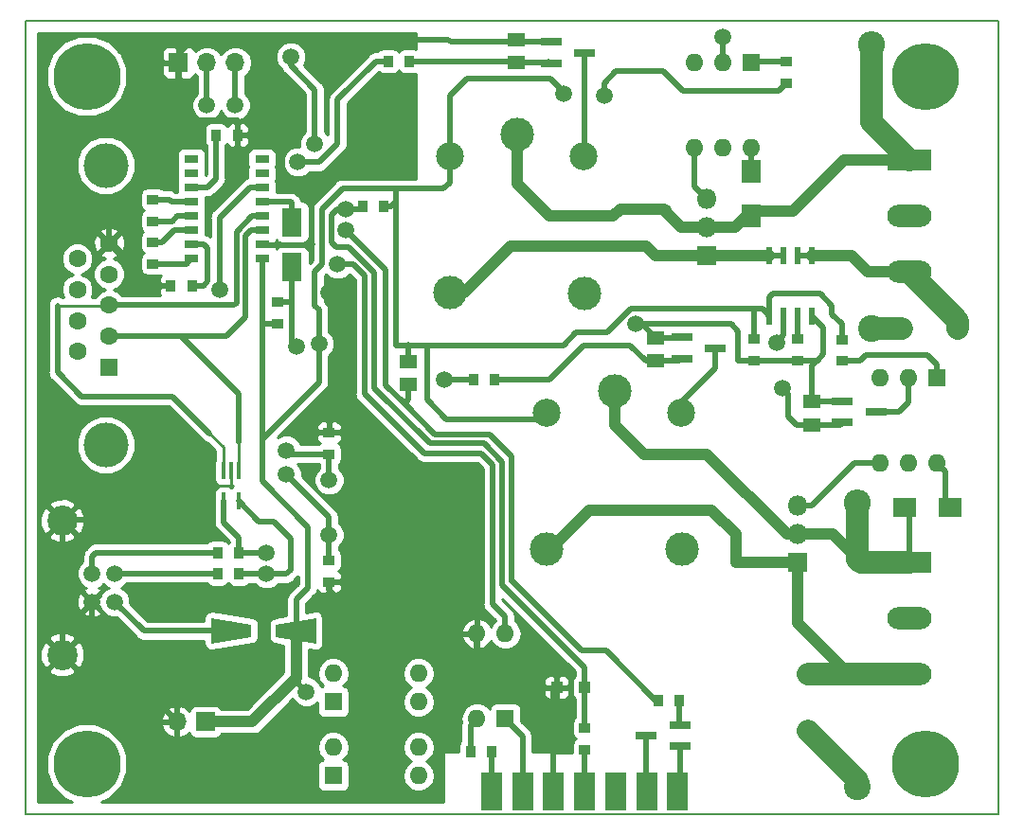
<source format=gbr>
G04 #@! TF.GenerationSoftware,KiCad,Pcbnew,6.0.0-rc1-unknown*
G04 #@! TF.CreationDate,2019-01-01T14:04:30+03:00
G04 #@! TF.ProjectId,socket,736f636b-6574-42e6-9b69-6361645f7063,rev?*
G04 #@! TF.SameCoordinates,Original*
G04 #@! TF.FileFunction,Copper,L2,Bot*
G04 #@! TF.FilePolarity,Positive*
%FSLAX46Y46*%
G04 Gerber Fmt 4.6, Leading zero omitted, Abs format (unit mm)*
G04 Created by KiCad (PCBNEW 6.0.0-rc1-unknown) date Вт 01 янв 2019 14:04:30*
%MOMM*%
%LPD*%
G04 APERTURE LIST*
%ADD10C,0.150000*%
%ADD11R,1.000000X0.845000*%
%ADD12R,0.845000X1.000000*%
%ADD13R,1.300000X0.800000*%
%ADD14R,0.400000X1.500000*%
%ADD15C,1.676868*%
%ADD16C,0.100000*%
%ADD17R,1.800000X1.800000*%
%ADD18O,1.800000X1.800000*%
%ADD19C,1.520000*%
%ADD20C,2.700000*%
%ADD21R,1.700000X1.700000*%
%ADD22O,1.700000X1.700000*%
%ADD23R,1.846667X3.480000*%
%ADD24R,3.960000X1.980000*%
%ADD25O,3.960000X1.980000*%
%ADD26C,2.500000*%
%ADD27C,3.000000*%
%ADD28R,1.900000X0.800000*%
%ADD29R,1.600000X1.600000*%
%ADD30O,1.600000X1.600000*%
%ADD31R,0.600000X1.550000*%
%ADD32C,1.500000*%
%ADD33C,1.600000*%
%ADD34C,4.000000*%
%ADD35R,1.000000X1.000000*%
%ADD36C,6.000000*%
%ADD37R,1.500000X1.145000*%
%ADD38R,1.800000X2.500000*%
%ADD39C,2.400000*%
%ADD40O,2.400000X2.400000*%
%ADD41R,1.700000X2.000000*%
%ADD42R,2.000000X1.700000*%
%ADD43C,0.250000*%
%ADD44C,0.500000*%
%ADD45C,1.000000*%
%ADD46C,2.000000*%
G04 APERTURE END LIST*
D10*
X125500000Y-93000000D02*
X38500000Y-93000000D01*
X38500000Y-22000000D02*
X125500000Y-22000000D01*
X125500000Y-22000000D02*
X125500000Y-93000000D01*
X38500000Y-22000000D02*
X38500000Y-93000000D01*
D11*
X111500000Y-52462500D03*
X111500000Y-50537500D03*
D12*
X51488500Y-45720000D03*
X53413500Y-45720000D03*
D13*
X53356000Y-43306000D03*
X53356000Y-42026000D03*
X53356000Y-40766000D03*
X53356000Y-39496000D03*
X53356000Y-38216000D03*
X53356000Y-36946000D03*
X53356000Y-35686000D03*
X53356000Y-34406000D03*
X59656000Y-34406000D03*
X59656000Y-35686000D03*
X59656000Y-36946000D03*
X59656000Y-38216000D03*
X59656000Y-39496000D03*
X59656000Y-40766000D03*
X59656000Y-42026000D03*
X59656000Y-43306000D03*
D12*
X57477500Y-32258000D03*
X55552500Y-32258000D03*
D11*
X65659000Y-72209500D03*
X65659000Y-70284500D03*
X49911000Y-39951500D03*
X49911000Y-38026500D03*
X65659000Y-58854500D03*
X65659000Y-60779500D03*
X49911000Y-43761500D03*
X49911000Y-41836500D03*
X103632000Y-50472500D03*
X103632000Y-52397500D03*
D14*
X56246000Y-62297000D03*
X56896000Y-62297000D03*
X57546000Y-62297000D03*
X57546000Y-64957000D03*
X56246000Y-64957000D03*
D15*
X62717000Y-76581000D03*
D16*
G36*
X64517000Y-75431000D02*
G01*
X64517000Y-77731000D01*
X60917000Y-77131000D01*
X60917000Y-76031000D01*
X64517000Y-75431000D01*
X64517000Y-75431000D01*
G37*
D15*
X56917000Y-76581000D03*
D16*
G36*
X55117000Y-77731000D02*
G01*
X55117000Y-75431000D01*
X58717000Y-76031000D01*
X58717000Y-77131000D01*
X55117000Y-77731000D01*
X55117000Y-77731000D01*
G37*
D17*
X99441000Y-43053000D03*
D18*
X99441000Y-40513000D03*
X99441000Y-37973000D03*
D17*
X107500000Y-70500000D03*
D18*
X107500000Y-67960000D03*
X107500000Y-65420000D03*
D19*
X46500000Y-71460000D03*
X46500000Y-74000000D03*
X44500000Y-74000000D03*
X44500000Y-71460000D03*
D20*
X41800000Y-66730000D03*
X41800000Y-78730000D03*
D21*
X54610000Y-84709000D03*
D22*
X52070000Y-84709000D03*
D21*
X52197000Y-25781000D03*
D22*
X54737000Y-25781000D03*
X57277000Y-25781000D03*
D23*
X80190000Y-91000000D03*
X82960000Y-91000000D03*
X85730000Y-91000000D03*
X88500000Y-91000000D03*
X91270000Y-91000000D03*
X94040000Y-91000000D03*
X96810000Y-91000000D03*
D24*
X117500000Y-34500000D03*
D25*
X117500000Y-39500000D03*
X117500000Y-44500000D03*
D24*
X117500000Y-70500000D03*
D25*
X117500000Y-75500000D03*
X117500000Y-80500000D03*
D26*
X76425000Y-34145000D03*
D27*
X76425000Y-46345000D03*
X88475000Y-46395000D03*
D26*
X88425000Y-34145000D03*
D27*
X82475000Y-32195000D03*
D26*
X85136000Y-57068000D03*
D27*
X85136000Y-69268000D03*
X97186000Y-69318000D03*
D26*
X97136000Y-57068000D03*
D27*
X91186000Y-55118000D03*
D28*
X97004000Y-85029000D03*
X97004000Y-86929000D03*
X94004000Y-85979000D03*
X85495000Y-25842000D03*
X85495000Y-23942000D03*
X88495000Y-24892000D03*
X97179000Y-52258000D03*
X97179000Y-50358000D03*
X100179000Y-51308000D03*
D12*
X57604500Y-69596000D03*
X55679500Y-69596000D03*
X57604500Y-71501000D03*
X55679500Y-71501000D03*
D11*
X88519000Y-87195500D03*
X88519000Y-85270500D03*
D12*
X80210500Y-87376000D03*
X78285500Y-87376000D03*
X96974500Y-82804000D03*
X95049500Y-82804000D03*
D11*
X106553000Y-25707500D03*
X106553000Y-27632500D03*
D12*
X72844500Y-25654000D03*
X70919500Y-25654000D03*
X80464500Y-54102000D03*
X78539500Y-54102000D03*
D11*
X61087000Y-49095500D03*
X61087000Y-47170500D03*
D29*
X81407000Y-84455000D03*
D30*
X78867000Y-76835000D03*
X78867000Y-84455000D03*
X81407000Y-76835000D03*
D29*
X66040000Y-82931000D03*
D30*
X73660000Y-80391000D03*
X66040000Y-80391000D03*
X73660000Y-82931000D03*
D29*
X66040000Y-89535000D03*
D30*
X73660000Y-86995000D03*
X66040000Y-86995000D03*
X73660000Y-89535000D03*
D29*
X103378000Y-25781000D03*
D30*
X98298000Y-33401000D03*
X100838000Y-25781000D03*
X100838000Y-33401000D03*
X98298000Y-25781000D03*
X103378000Y-33401000D03*
D29*
X120000000Y-54000000D03*
D30*
X114920000Y-61620000D03*
X117460000Y-54000000D03*
X117460000Y-61620000D03*
X114920000Y-54000000D03*
X120000000Y-61620000D03*
D31*
X105029000Y-43020000D03*
X106299000Y-43020000D03*
X107569000Y-43020000D03*
X108839000Y-43020000D03*
X108839000Y-48420000D03*
X107569000Y-48420000D03*
X106299000Y-48420000D03*
X105029000Y-48420000D03*
D32*
X65659000Y-63119000D03*
X65659000Y-67999000D03*
D29*
X46000000Y-53000000D03*
D33*
X46000000Y-50230000D03*
X46000000Y-47460000D03*
X46000000Y-44690000D03*
X46000000Y-41920000D03*
X43160000Y-51615000D03*
X43160000Y-48845000D03*
X43160000Y-46075000D03*
X43160000Y-43305000D03*
D34*
X45700000Y-34960000D03*
X45700000Y-59960000D03*
D35*
X88499000Y-81661000D03*
X85999000Y-81661000D03*
D11*
X107569000Y-50472500D03*
X107569000Y-52397500D03*
D36*
X44000000Y-27000000D03*
X44000000Y-88500000D03*
X119000000Y-88500000D03*
X119000000Y-27000000D03*
D28*
X111530000Y-57973000D03*
X111530000Y-56073000D03*
X114530000Y-57023000D03*
D37*
X72707500Y-54573000D03*
X72707500Y-52488000D03*
X82423000Y-25807500D03*
X82423000Y-23722500D03*
X108839000Y-56107500D03*
X108839000Y-58192500D03*
X94869000Y-52477500D03*
X94869000Y-50392500D03*
D38*
X62357000Y-40037000D03*
X62357000Y-44037000D03*
D12*
X70558500Y-38608000D03*
X68633500Y-38608000D03*
D33*
X108500000Y-80500000D03*
X108500000Y-85500000D03*
X121856500Y-49530000D03*
X116856500Y-49530000D03*
D39*
X114109500Y-49530000D03*
D40*
X114109500Y-24130000D03*
D39*
X112903000Y-90551000D03*
D40*
X112903000Y-65151000D03*
D41*
X103378000Y-39465000D03*
X103378000Y-35465000D03*
D42*
X117126000Y-65532000D03*
X121126000Y-65532000D03*
D32*
X62357000Y-31750000D03*
X62357000Y-28829000D03*
X65659000Y-46355000D03*
X93091000Y-49149000D03*
X68580000Y-73660000D03*
X57150000Y-88011000D03*
X50165000Y-58293000D03*
X61849000Y-62611000D03*
X61849000Y-60452000D03*
X54737000Y-29591000D03*
X86614000Y-28575000D03*
X90297000Y-28702000D03*
X63627000Y-82042000D03*
X64770000Y-50927000D03*
X60071000Y-71501000D03*
X60071000Y-69596000D03*
X57277000Y-29591000D03*
X105664000Y-50800000D03*
X67183000Y-40767000D03*
X62230000Y-25273000D03*
X64389000Y-33020000D03*
X62865000Y-34671000D03*
X75946000Y-54102000D03*
X62738000Y-51181000D03*
X55880000Y-46101000D03*
X67183000Y-38862000D03*
X66421000Y-43815000D03*
X100838000Y-23495000D03*
X106172000Y-54864000D03*
D43*
X85495000Y-23942000D02*
X82642500Y-23942000D01*
X82642500Y-23942000D02*
X82423000Y-23722500D01*
D44*
X62357000Y-31750000D02*
X62357000Y-28829000D01*
X77660500Y-82105500D02*
X82079452Y-82105500D01*
X82079452Y-82105500D02*
X82142952Y-82169000D01*
X67818000Y-59182000D02*
X67818000Y-46736000D01*
X67818000Y-46736000D02*
X67437000Y-46355000D01*
X102235000Y-52397500D02*
X102235000Y-49784000D01*
X101600000Y-49149000D02*
X99949000Y-49149000D01*
X102235000Y-49784000D02*
X101600000Y-49149000D01*
X93091000Y-49149000D02*
X99949000Y-49149000D01*
X102235000Y-52397500D02*
X103632000Y-52397500D01*
X93091000Y-49149000D02*
X93625500Y-49149000D01*
X93625500Y-49149000D02*
X94869000Y-50392500D01*
X63870000Y-42026000D02*
X64146000Y-42026000D01*
X64135000Y-38481000D02*
X63373000Y-37719000D01*
X64135000Y-42015000D02*
X64135000Y-38481000D01*
X64146000Y-42026000D02*
X64135000Y-42015000D01*
X65659000Y-46355000D02*
X67437000Y-46355000D01*
D43*
X62230000Y-42026000D02*
X63870000Y-42026000D01*
D44*
X61468000Y-35814000D02*
X63373000Y-37719000D01*
X61468000Y-32893000D02*
X60833000Y-32258000D01*
X60833000Y-32258000D02*
X57477500Y-32258000D01*
X61468000Y-32893000D02*
X61468000Y-35814000D01*
X94869000Y-50392500D02*
X97144500Y-50392500D01*
X97144500Y-50392500D02*
X97179000Y-50358000D01*
X108839000Y-56107500D02*
X108839000Y-52832000D01*
X108839000Y-52832000D02*
X109273500Y-52397500D01*
X108839000Y-56107500D02*
X111495500Y-56107500D01*
X111495500Y-56107500D02*
X111530000Y-56073000D01*
X103632000Y-52397500D02*
X107569000Y-52397500D01*
X85495000Y-23942000D02*
X76520000Y-23942000D01*
X76520000Y-23942000D02*
X76327000Y-23749000D01*
X44500000Y-74000000D02*
X44500000Y-77139000D01*
X44500000Y-77139000D02*
X52070000Y-84709000D01*
X48300000Y-66675000D02*
X41855000Y-66675000D01*
X41855000Y-66675000D02*
X41800000Y-66730000D01*
X41800000Y-66730000D02*
X41800000Y-78730000D01*
X78867000Y-76835000D02*
X78867000Y-78867000D01*
X73914000Y-76835000D02*
X75946000Y-78867000D01*
X66294000Y-73533000D02*
X69596000Y-76835000D01*
X69596000Y-76835000D02*
X73914000Y-76835000D01*
X46000000Y-38862000D02*
X43561000Y-38862000D01*
X44450000Y-64897000D02*
X48300000Y-64897000D01*
X40259000Y-60706000D02*
X44450000Y-64897000D01*
X40259000Y-42164000D02*
X40259000Y-60706000D01*
X43561000Y-38862000D02*
X40259000Y-42164000D01*
X52197000Y-25781000D02*
X52197000Y-25019000D01*
X52197000Y-25019000D02*
X53467000Y-23749000D01*
X53467000Y-23749000D02*
X76327000Y-23749000D01*
X107569000Y-52397500D02*
X109273500Y-52397500D01*
X109855000Y-50927000D02*
X109855000Y-49436000D01*
X109855000Y-49436000D02*
X108839000Y-48420000D01*
X109273500Y-52397500D02*
X109855000Y-51816000D01*
X109855000Y-51816000D02*
X109855000Y-50927000D01*
X52197000Y-28956000D02*
X52197000Y-30353000D01*
X52778500Y-30934500D02*
X57477500Y-30934500D01*
X52197000Y-30353000D02*
X52778500Y-30934500D01*
X65659000Y-72209500D02*
X67109500Y-72209500D01*
X67109500Y-72209500D02*
X67818000Y-71501000D01*
X67818000Y-71501000D02*
X67818000Y-59182000D01*
X67818000Y-59182000D02*
X67490500Y-58854500D01*
X67490500Y-58854500D02*
X66802000Y-58854500D01*
X66802000Y-58854500D02*
X65659000Y-58854500D01*
D43*
X59656000Y-42026000D02*
X62230000Y-42026000D01*
D44*
X57477500Y-32258000D02*
X57477500Y-30934500D01*
X50673000Y-34163000D02*
X50673000Y-30480000D01*
X52197000Y-28956000D02*
X52197000Y-25781000D01*
X50673000Y-30480000D02*
X52197000Y-28956000D01*
X46000000Y-41920000D02*
X46000000Y-38862000D01*
X46000000Y-38862000D02*
X46000000Y-38836000D01*
X46000000Y-38836000D02*
X50673000Y-34163000D01*
X46000000Y-41920000D02*
X46238000Y-41920000D01*
X46238000Y-41920000D02*
X47752000Y-43434000D01*
X47752000Y-43434000D02*
X47752000Y-44831000D01*
X47752000Y-44831000D02*
X48641000Y-45720000D01*
X48641000Y-45720000D02*
X51488500Y-45720000D01*
X66294000Y-73533000D02*
X68453000Y-73533000D01*
X68453000Y-73533000D02*
X68580000Y-73660000D01*
X57150000Y-88011000D02*
X60960000Y-88011000D01*
X60960000Y-88011000D02*
X64008000Y-84963000D01*
X52070000Y-84709000D02*
X52070000Y-87122000D01*
X52959000Y-88011000D02*
X57150000Y-88011000D01*
X52070000Y-87122000D02*
X52959000Y-88011000D01*
X85730000Y-84206000D02*
X85730000Y-81930000D01*
X85730000Y-81930000D02*
X85999000Y-81661000D01*
D43*
X56896000Y-62297000D02*
X56896000Y-63627000D01*
X49149000Y-63627000D02*
X49149000Y-63754000D01*
X56896000Y-63627000D02*
X49149000Y-63627000D01*
D44*
X48300000Y-66730000D02*
X48300000Y-66675000D01*
X48300000Y-66675000D02*
X48300000Y-64897000D01*
X48300000Y-64897000D02*
X48300000Y-64603000D01*
X48300000Y-64603000D02*
X49149000Y-63754000D01*
X50165000Y-62738000D02*
X50165000Y-58293000D01*
X49149000Y-63754000D02*
X50165000Y-62738000D01*
X65659000Y-72209500D02*
X65659000Y-72898000D01*
X65659000Y-72898000D02*
X66294000Y-73533000D01*
X83693000Y-82169000D02*
X85730000Y-84206000D01*
X85730000Y-84206000D02*
X85730000Y-91000000D01*
X64008000Y-84963000D02*
X74803000Y-84963000D01*
X74803000Y-84963000D02*
X77660500Y-82105500D01*
X75946000Y-78867000D02*
X78867000Y-78867000D01*
X78867000Y-78867000D02*
X81026000Y-78867000D01*
X81407000Y-81433048D02*
X82142952Y-82169000D01*
X81407000Y-79248000D02*
X81407000Y-81433048D01*
X81026000Y-78867000D02*
X81407000Y-79248000D01*
X82142952Y-82169000D02*
X83693000Y-82169000D01*
X53413500Y-45720000D02*
X54429500Y-45720000D01*
X54472000Y-42026000D02*
X54810500Y-42364500D01*
X54810500Y-42364500D02*
X54810500Y-45339000D01*
X54472000Y-42026000D02*
X53356000Y-42026000D01*
X54429500Y-45720000D02*
X54810500Y-45339000D01*
X55552500Y-32258000D02*
X55552500Y-36141500D01*
X54748000Y-36946000D02*
X53356000Y-36946000D01*
X55552500Y-36141500D02*
X54748000Y-36946000D01*
X65659000Y-67999000D02*
X65659000Y-66421000D01*
X65659000Y-66421000D02*
X61849000Y-62611000D01*
X65659000Y-70284500D02*
X65659000Y-67999000D01*
X53356000Y-39496000D02*
X52071000Y-39496000D01*
X51615500Y-39951500D02*
X49911000Y-39951500D01*
X52071000Y-39496000D02*
X51615500Y-39951500D01*
X53356000Y-38216000D02*
X51551000Y-38216000D01*
X51361500Y-38026500D02*
X49911000Y-38026500D01*
X51551000Y-38216000D02*
X51361500Y-38026500D01*
X65659000Y-60779500D02*
X62176500Y-60779500D01*
X62176500Y-60779500D02*
X61849000Y-60452000D01*
X65659000Y-63119000D02*
X65659000Y-60779500D01*
X49911000Y-43761500D02*
X52900500Y-43761500D01*
X52900500Y-43761500D02*
X53356000Y-43306000D01*
X49911000Y-41836500D02*
X50746500Y-41836500D01*
X51817000Y-40766000D02*
X53356000Y-40766000D01*
X50746500Y-41836500D02*
X51817000Y-40766000D01*
X54737000Y-29591000D02*
X54737000Y-25781000D01*
X105029000Y-48420000D02*
X105029000Y-46736000D01*
X111500000Y-49143000D02*
X111500000Y-50537500D01*
X110617000Y-48260000D02*
X111500000Y-49143000D01*
X110617000Y-47498000D02*
X110617000Y-48260000D01*
X109537500Y-46418500D02*
X110617000Y-47498000D01*
X105346500Y-46418500D02*
X109537500Y-46418500D01*
X105029000Y-46736000D02*
X105346500Y-46418500D01*
X81306500Y-57658000D02*
X76136500Y-57658000D01*
X84546000Y-57658000D02*
X81306500Y-57658000D01*
X74422000Y-55943500D02*
X74422000Y-51054000D01*
X76136500Y-57658000D02*
X74422000Y-55943500D01*
X72707500Y-52488000D02*
X72707500Y-51054000D01*
X72707500Y-51054000D02*
X72707500Y-50990500D01*
X72707500Y-50990500D02*
X72707500Y-51054000D01*
X84546000Y-57658000D02*
X85136000Y-57068000D01*
X73406000Y-51054000D02*
X72707500Y-51054000D01*
X74422000Y-51054000D02*
X73406000Y-51054000D01*
X72707500Y-51054000D02*
X71628000Y-51054000D01*
X86106000Y-51054000D02*
X74422000Y-51054000D01*
X97536000Y-47815500D02*
X103632000Y-47815500D01*
X86106000Y-51054000D02*
X86614000Y-51054000D01*
X87757000Y-49911000D02*
X90551000Y-49911000D01*
X86614000Y-51054000D02*
X87757000Y-49911000D01*
X90551000Y-49911000D02*
X92646500Y-47815500D01*
X97536000Y-47815500D02*
X92646500Y-47815500D01*
X71628000Y-51054000D02*
X71628000Y-38163500D01*
X70558500Y-38608000D02*
X71183500Y-38608000D01*
X71183500Y-38608000D02*
X71628000Y-38163500D01*
X71628000Y-38163500D02*
X71628000Y-37020500D01*
X103632000Y-50472500D02*
X103632000Y-47815500D01*
X103632000Y-47815500D02*
X103632000Y-47752000D01*
X103632000Y-47752000D02*
X103632000Y-47815500D01*
X103632000Y-47815500D02*
X104424500Y-47815500D01*
X104424500Y-47815500D02*
X105029000Y-48420000D01*
X90233500Y-27622500D02*
X90233500Y-28638500D01*
X86741000Y-28575000D02*
X86741000Y-28448000D01*
X86614000Y-28575000D02*
X86741000Y-28575000D01*
X90233500Y-28638500D02*
X90297000Y-28702000D01*
X61087000Y-49095500D02*
X59656000Y-49095500D01*
X64389000Y-45212000D02*
X64389000Y-44450000D01*
X64389000Y-47498000D02*
X64389000Y-45212000D01*
X64770000Y-47879000D02*
X64389000Y-47498000D01*
X64770000Y-50927000D02*
X64770000Y-47879000D01*
X70739000Y-37020500D02*
X71628000Y-37020500D01*
X66865500Y-37020500D02*
X70739000Y-37020500D01*
X64389000Y-44450000D02*
X65024000Y-43815000D01*
X65024000Y-43815000D02*
X65024000Y-38862000D01*
X65024000Y-38862000D02*
X66865500Y-37020500D01*
X76425000Y-34145000D02*
X76425000Y-28731000D01*
X105864500Y-28321000D02*
X106553000Y-27632500D01*
X97282000Y-28321000D02*
X105864500Y-28321000D01*
X95504000Y-26543000D02*
X97282000Y-28321000D01*
X91313000Y-26543000D02*
X95504000Y-26543000D01*
X90233500Y-27622500D02*
X91313000Y-26543000D01*
X85471000Y-27178000D02*
X86741000Y-28448000D01*
X77978000Y-27178000D02*
X85471000Y-27178000D01*
X76425000Y-28731000D02*
X77978000Y-27178000D01*
X71628000Y-37020500D02*
X73406000Y-37020500D01*
X73406000Y-37020500D02*
X75882500Y-37020500D01*
X76425000Y-36478000D02*
X76425000Y-34145000D01*
X75882500Y-37020500D02*
X76425000Y-36478000D01*
X59656000Y-43306000D02*
X59656000Y-49095500D01*
X59656000Y-49095500D02*
X59656000Y-59470000D01*
X62717000Y-73808000D02*
X63754000Y-72771000D01*
X63754000Y-72771000D02*
X63754000Y-67310000D01*
X63754000Y-67310000D02*
X59656000Y-63212000D01*
X62717000Y-76581000D02*
X62717000Y-73808000D01*
X62717000Y-81132000D02*
X62717000Y-80793000D01*
X63627000Y-82042000D02*
X62717000Y-81132000D01*
D45*
X54610000Y-84709000D02*
X58801000Y-84709000D01*
X58801000Y-84709000D02*
X62717000Y-80793000D01*
X62717000Y-80793000D02*
X62717000Y-76581000D01*
D44*
X64770000Y-50927000D02*
X64770000Y-54356000D01*
X64770000Y-54356000D02*
X59656000Y-59470000D01*
X59656000Y-59470000D02*
X59656000Y-63212000D01*
X107569000Y-48420000D02*
X107569000Y-50472500D01*
X41402000Y-53467000D02*
X41402000Y-47498000D01*
X46000000Y-47460000D02*
X57188000Y-47460000D01*
X57404000Y-47244000D02*
X57404000Y-40894000D01*
X57188000Y-47460000D02*
X57404000Y-47244000D01*
X59656000Y-39496000D02*
X58802000Y-39496000D01*
X58802000Y-39496000D02*
X57404000Y-40894000D01*
D43*
X45962000Y-47498000D02*
X41402000Y-47498000D01*
D44*
X51689000Y-55626000D02*
X43561000Y-55626000D01*
X43561000Y-55626000D02*
X41402000Y-53467000D01*
D43*
X54991000Y-58928000D02*
X56246000Y-60183000D01*
X56246000Y-60183000D02*
X56246000Y-62297000D01*
D44*
X54991000Y-58928000D02*
X51689000Y-55626000D01*
D43*
X45962000Y-47498000D02*
X46000000Y-47460000D01*
D44*
X52389000Y-50230000D02*
X56450000Y-50230000D01*
X58166000Y-48514000D02*
X58166000Y-41275000D01*
X56450000Y-50230000D02*
X58166000Y-48514000D01*
X59656000Y-40766000D02*
X58675000Y-40766000D01*
X58675000Y-40766000D02*
X58166000Y-41275000D01*
X57546000Y-59705000D02*
X57546000Y-55387000D01*
X52389000Y-50230000D02*
X46000000Y-50230000D01*
X57546000Y-55387000D02*
X52389000Y-50230000D01*
D43*
X57546000Y-62297000D02*
X57546000Y-59705000D01*
D44*
X60071000Y-71501000D02*
X61849000Y-71501000D01*
X57604500Y-71501000D02*
X60071000Y-71501000D01*
X59391000Y-66802000D02*
X57546000Y-64957000D01*
X60706000Y-66802000D02*
X59391000Y-66802000D01*
X62230000Y-68326000D02*
X60706000Y-66802000D01*
X62230000Y-71120000D02*
X62230000Y-68326000D01*
X61849000Y-71501000D02*
X62230000Y-71120000D01*
X57604500Y-69596000D02*
X60071000Y-69596000D01*
X56246000Y-64957000D02*
X56246000Y-66914000D01*
X57604500Y-68272500D02*
X57604500Y-69596000D01*
X56246000Y-66914000D02*
X57604500Y-68272500D01*
X56917000Y-76581000D02*
X49081000Y-76581000D01*
X49081000Y-76581000D02*
X46500000Y-74000000D01*
D45*
X76425000Y-46345000D02*
X77734000Y-46345000D01*
X77734000Y-46345000D02*
X81884000Y-42195000D01*
X81884000Y-42195000D02*
X93475000Y-42195000D01*
X93475000Y-42195000D02*
X94011000Y-42195000D01*
X94011000Y-42195000D02*
X94869000Y-43053000D01*
X94869000Y-43053000D02*
X99441000Y-43053000D01*
X99441000Y-43053000D02*
X104996000Y-43053000D01*
X104996000Y-43053000D02*
X105029000Y-43020000D01*
D44*
X106299000Y-43020000D02*
X104808000Y-43020000D01*
X104808000Y-43020000D02*
X105029000Y-43020000D01*
D46*
X114109500Y-24130000D02*
X114109500Y-31109500D01*
X114109500Y-31109500D02*
X117500000Y-34500000D01*
D45*
X91694000Y-38862000D02*
X95631000Y-38862000D01*
X95758000Y-38989000D02*
X95758000Y-39116000D01*
X95631000Y-38862000D02*
X95758000Y-38989000D01*
X82475000Y-32195000D02*
X82475000Y-36628000D01*
X91059000Y-39497000D02*
X91694000Y-38862000D01*
X85344000Y-39497000D02*
X91059000Y-39497000D01*
X82475000Y-36628000D02*
X85344000Y-39497000D01*
X117500000Y-34500000D02*
X111677000Y-34500000D01*
X107119500Y-39057500D02*
X103378000Y-39057500D01*
X111677000Y-34500000D02*
X107119500Y-39057500D01*
X99441000Y-40513000D02*
X97155000Y-40513000D01*
X97155000Y-40513000D02*
X95758000Y-39116000D01*
X99441000Y-40513000D02*
X101922500Y-40513000D01*
X101922500Y-40513000D02*
X103378000Y-39057500D01*
D44*
X98298000Y-33401000D02*
X98298000Y-36830000D01*
X98298000Y-36830000D02*
X99441000Y-37973000D01*
D46*
X117500000Y-70500000D02*
X113172000Y-70500000D01*
X113172000Y-70500000D02*
X112903000Y-70231000D01*
X112903000Y-70231000D02*
X112903000Y-65151000D01*
D45*
X107500000Y-67960000D02*
X106568000Y-67960000D01*
X91186000Y-58166000D02*
X91186000Y-55118000D01*
X93853000Y-60833000D02*
X91186000Y-58166000D01*
X99441000Y-60833000D02*
X93853000Y-60833000D01*
X106568000Y-67960000D02*
X99441000Y-60833000D01*
X107500000Y-67960000D02*
X110632000Y-67960000D01*
X110632000Y-67960000D02*
X113172000Y-70500000D01*
D44*
X117500000Y-70500000D02*
X117500000Y-65565500D01*
X117500000Y-65565500D02*
X117533500Y-65532000D01*
X107500000Y-65420000D02*
X108824000Y-65420000D01*
X112624000Y-61620000D02*
X114920000Y-61620000D01*
X108824000Y-65420000D02*
X112624000Y-61620000D01*
X46500000Y-71460000D02*
X55638500Y-71460000D01*
X55638500Y-71460000D02*
X55679500Y-71501000D01*
X44500000Y-71460000D02*
X44500000Y-69927000D01*
X44831000Y-69596000D02*
X55679500Y-69596000D01*
X44500000Y-69927000D02*
X44831000Y-69596000D01*
X57277000Y-29591000D02*
X57277000Y-25781000D01*
X80190000Y-91000000D02*
X80190000Y-87396500D01*
X80190000Y-87396500D02*
X80210500Y-87376000D01*
X82960000Y-91000000D02*
X82960000Y-86008000D01*
X82960000Y-86008000D02*
X81407000Y-84455000D01*
X88519000Y-87195500D02*
X88519000Y-90981000D01*
X88519000Y-90981000D02*
X88500000Y-91000000D01*
X94004000Y-90964000D02*
X94040000Y-91000000D01*
X94004000Y-85979000D02*
X94004000Y-90964000D01*
X97004000Y-86929000D02*
X97004000Y-90806000D01*
X97004000Y-90806000D02*
X96810000Y-91000000D01*
X96974500Y-82804000D02*
X96974500Y-84999500D01*
X96974500Y-84999500D02*
X97004000Y-85029000D01*
X76581000Y-25654000D02*
X82269500Y-25654000D01*
X82269500Y-25654000D02*
X82423000Y-25807500D01*
X82423000Y-25807500D02*
X85460500Y-25807500D01*
X85460500Y-25807500D02*
X85495000Y-25842000D01*
X72844500Y-25654000D02*
X76581000Y-25654000D01*
X85307000Y-25654000D02*
X85495000Y-25842000D01*
X80464500Y-54102000D02*
X85344000Y-54102000D01*
X85344000Y-54102000D02*
X86868000Y-52578000D01*
X92583000Y-51054000D02*
X94006500Y-52477500D01*
X88392000Y-51054000D02*
X92583000Y-51054000D01*
X86868000Y-52578000D02*
X88392000Y-51054000D01*
X94869000Y-52477500D02*
X94006500Y-52477500D01*
X94869000Y-52477500D02*
X96959500Y-52477500D01*
X96959500Y-52477500D02*
X97179000Y-52258000D01*
X105664000Y-50800000D02*
X106299000Y-50165000D01*
X106299000Y-50165000D02*
X106299000Y-48420000D01*
X78285500Y-85036500D02*
X78867000Y-84455000D01*
X78285500Y-87376000D02*
X78285500Y-85036500D01*
X72707500Y-54573000D02*
X72707500Y-55943500D01*
X72707500Y-55943500D02*
X72390000Y-56261000D01*
X67183000Y-40767000D02*
X70739000Y-44323000D01*
X70739000Y-54610000D02*
X72390000Y-56261000D01*
X72390000Y-56261000D02*
X75129000Y-59000000D01*
X70739000Y-44323000D02*
X70739000Y-54610000D01*
X80000000Y-59000000D02*
X79248000Y-59000000D01*
X79248000Y-59000000D02*
X75129000Y-59000000D01*
X82000000Y-72136000D02*
X82000000Y-61000000D01*
X90424000Y-78359000D02*
X88265000Y-78359000D01*
X88265000Y-78359000D02*
X82042000Y-72136000D01*
X82042000Y-72136000D02*
X82000000Y-72136000D01*
X94869000Y-82804000D02*
X90424000Y-78359000D01*
X82000000Y-61000000D02*
X80000000Y-59000000D01*
X95049500Y-82804000D02*
X94869000Y-82804000D01*
X106553000Y-25707500D02*
X103451500Y-25707500D01*
X103451500Y-25707500D02*
X103378000Y-25781000D01*
X62230000Y-26035000D02*
X62230000Y-25273000D01*
X64389000Y-28194000D02*
X62230000Y-26035000D01*
X64389000Y-33020000D02*
X64389000Y-28194000D01*
X66421000Y-31877000D02*
X66421000Y-29083000D01*
X69850000Y-25654000D02*
X70919500Y-25654000D01*
X66421000Y-29083000D02*
X69850000Y-25654000D01*
X66421000Y-31877000D02*
X66421000Y-33020000D01*
X66421000Y-33020000D02*
X64770000Y-34671000D01*
X64770000Y-34671000D02*
X62865000Y-34671000D01*
X120000000Y-54000000D02*
X120000000Y-52817000D01*
X113145500Y-52462500D02*
X111500000Y-52462500D01*
X113665000Y-51943000D02*
X113145500Y-52462500D01*
X119126000Y-51943000D02*
X113665000Y-51943000D01*
X120000000Y-52817000D02*
X119126000Y-51943000D01*
X119834500Y-53834500D02*
X120000000Y-54000000D01*
X75946000Y-54102000D02*
X78539500Y-54102000D01*
X103378000Y-35872500D02*
X103378000Y-33401000D01*
X120718500Y-65532000D02*
X120718500Y-62338500D01*
X120718500Y-62338500D02*
X120000000Y-61620000D01*
X61087000Y-47170500D02*
X62357000Y-47170500D01*
X62357000Y-47170500D02*
X62357000Y-47117000D01*
X62738000Y-51181000D02*
X62611000Y-51181000D01*
X62357000Y-51181000D02*
X62357000Y-47117000D01*
X62357000Y-47117000D02*
X62357000Y-44037000D01*
X62611000Y-51181000D02*
X62357000Y-51181000D01*
X58558000Y-36946000D02*
X55880000Y-39624000D01*
X55880000Y-39624000D02*
X55880000Y-46101000D01*
X58558000Y-36946000D02*
X59656000Y-36946000D01*
X67183000Y-38862000D02*
X68379500Y-38862000D01*
X68379500Y-38862000D02*
X68633500Y-38608000D01*
X69723000Y-53594000D02*
X69723000Y-54864000D01*
X69723000Y-54864000D02*
X74676000Y-59817000D01*
X69723000Y-44577000D02*
X67437000Y-42291000D01*
X69723000Y-53594000D02*
X69723000Y-44577000D01*
X67183000Y-42291000D02*
X67437000Y-42291000D01*
X66294000Y-42291000D02*
X67183000Y-42291000D01*
X65849500Y-41846500D02*
X66294000Y-42291000D01*
X66421000Y-38862000D02*
X65849500Y-39433500D01*
X65849500Y-39433500D02*
X65849500Y-41846500D01*
X67183000Y-38862000D02*
X66421000Y-38862000D01*
X81153000Y-61468000D02*
X81153000Y-72517000D01*
X79502000Y-59817000D02*
X81153000Y-61468000D01*
X74676000Y-59817000D02*
X79502000Y-59817000D01*
X88499000Y-81661000D02*
X88499000Y-79863000D01*
X88499000Y-79863000D02*
X81153000Y-72517000D01*
X88499000Y-81661000D02*
X88499000Y-85250500D01*
X88499000Y-85250500D02*
X88519000Y-85270500D01*
X68834000Y-54610000D02*
X68834000Y-55372000D01*
X68834000Y-55372000D02*
X74168000Y-60706000D01*
X68834000Y-44831000D02*
X67818000Y-43815000D01*
X68834000Y-54610000D02*
X68834000Y-44831000D01*
X66421000Y-43815000D02*
X67818000Y-43815000D01*
X81407000Y-76835000D02*
X81407000Y-75311000D01*
X79248000Y-60706000D02*
X74168000Y-60706000D01*
X80264000Y-61722000D02*
X79248000Y-60706000D01*
X80264000Y-74168000D02*
X80264000Y-61722000D01*
X81407000Y-75311000D02*
X80264000Y-74168000D01*
X88495000Y-24892000D02*
X88495000Y-34075000D01*
X88495000Y-34075000D02*
X88425000Y-34145000D01*
X97136000Y-57068000D02*
X97136000Y-56153000D01*
X97136000Y-56153000D02*
X100179000Y-53110000D01*
X100179000Y-53110000D02*
X100179000Y-51308000D01*
X100184000Y-51313000D02*
X100179000Y-51308000D01*
X100838000Y-23495000D02*
X100838000Y-25781000D01*
X107468500Y-58192500D02*
X108839000Y-58192500D01*
X106680000Y-57404000D02*
X107468500Y-58192500D01*
X106680000Y-55372000D02*
X106680000Y-57404000D01*
X106172000Y-54864000D02*
X106680000Y-55372000D01*
X108839000Y-58192500D02*
X111310500Y-58192500D01*
X111310500Y-58192500D02*
X111530000Y-57973000D01*
X114530000Y-57023000D02*
X116586000Y-57023000D01*
X117460000Y-56149000D02*
X117460000Y-54000000D01*
X116586000Y-57023000D02*
X117460000Y-56149000D01*
X59656000Y-38216000D02*
X62219000Y-38216000D01*
X62357000Y-38354000D02*
X62357000Y-40037000D01*
X62219000Y-38216000D02*
X62357000Y-38354000D01*
D46*
X108500000Y-80500000D02*
X117500000Y-80500000D01*
D45*
X117500000Y-80500000D02*
X112123000Y-80500000D01*
X107500000Y-75877000D02*
X107500000Y-70500000D01*
X112123000Y-80500000D02*
X107500000Y-75877000D01*
X102000000Y-70500000D02*
X107500000Y-70500000D01*
X85136000Y-69268000D02*
X85418000Y-69268000D01*
X85418000Y-69268000D02*
X88900000Y-65786000D01*
X88900000Y-65786000D02*
X99822000Y-65786000D01*
X99822000Y-65786000D02*
X102000000Y-67964000D01*
X102000000Y-67964000D02*
X102000000Y-70500000D01*
D46*
X112903000Y-90551000D02*
X112903000Y-89903000D01*
X112903000Y-89903000D02*
X108500000Y-85500000D01*
X121856500Y-49530000D02*
X121856500Y-48856500D01*
X121856500Y-48856500D02*
X117500000Y-44500000D01*
D44*
X117500000Y-44500000D02*
X117500000Y-45173500D01*
D45*
X117500000Y-44500000D02*
X113842000Y-44500000D01*
X112362000Y-43020000D02*
X108839000Y-43020000D01*
X113842000Y-44500000D02*
X112362000Y-43020000D01*
D44*
X107569000Y-43020000D02*
X108839000Y-43020000D01*
D46*
X114109500Y-49530000D02*
X116856500Y-49530000D01*
D43*
G36*
X73408000Y-24544802D02*
G01*
X73267000Y-24516756D01*
X72422000Y-24516756D01*
X72178137Y-24565263D01*
X71971400Y-24703400D01*
X71882000Y-24837197D01*
X71792600Y-24703400D01*
X71585863Y-24565263D01*
X71342000Y-24516756D01*
X70497000Y-24516756D01*
X70253137Y-24565263D01*
X70046400Y-24703400D01*
X69995886Y-24779000D01*
X69936177Y-24779000D01*
X69849999Y-24761858D01*
X69763821Y-24779000D01*
X69508592Y-24829768D01*
X69219160Y-25023160D01*
X69170341Y-25096223D01*
X65863221Y-28403343D01*
X65790161Y-28452160D01*
X65608070Y-28724679D01*
X65596769Y-28741592D01*
X65528858Y-29083000D01*
X65546001Y-29169182D01*
X65546000Y-31790821D01*
X65546000Y-32232456D01*
X65264000Y-31950456D01*
X65264000Y-28280177D01*
X65281142Y-28193999D01*
X65263756Y-28106593D01*
X65213232Y-27852592D01*
X65019840Y-27563160D01*
X64946780Y-27514343D01*
X63421632Y-25989195D01*
X63605000Y-25546505D01*
X63605000Y-24999495D01*
X63395669Y-24494125D01*
X63008875Y-24107331D01*
X62503505Y-23898000D01*
X61956495Y-23898000D01*
X61451125Y-24107331D01*
X61064331Y-24494125D01*
X60855000Y-24999495D01*
X60855000Y-25546505D01*
X61064331Y-26051875D01*
X61439809Y-26427353D01*
X61599160Y-26665840D01*
X61672223Y-26714659D01*
X63514001Y-28556438D01*
X63514000Y-31950456D01*
X63223331Y-32241125D01*
X63014000Y-32746495D01*
X63014000Y-33293505D01*
X63015033Y-33296000D01*
X62591495Y-33296000D01*
X62086125Y-33505331D01*
X61699331Y-33892125D01*
X61490000Y-34397495D01*
X61490000Y-34944505D01*
X61699331Y-35449875D01*
X62086125Y-35836669D01*
X62591495Y-36046000D01*
X63138505Y-36046000D01*
X63643875Y-35836669D01*
X63934544Y-35546000D01*
X64683822Y-35546000D01*
X64770000Y-35563142D01*
X64856178Y-35546000D01*
X64856179Y-35546000D01*
X65111408Y-35495232D01*
X65400840Y-35301840D01*
X65449659Y-35228777D01*
X66978780Y-33699657D01*
X67051840Y-33650840D01*
X67245232Y-33361408D01*
X67296000Y-33106179D01*
X67296000Y-33106178D01*
X67313142Y-33020000D01*
X67296000Y-32933821D01*
X67296000Y-29445436D01*
X70100612Y-26640824D01*
X70253137Y-26742737D01*
X70497000Y-26791244D01*
X71342000Y-26791244D01*
X71585863Y-26742737D01*
X71792600Y-26604600D01*
X71882000Y-26470803D01*
X71971400Y-26604600D01*
X72178137Y-26742737D01*
X72422000Y-26791244D01*
X73267000Y-26791244D01*
X73408000Y-26763198D01*
X73408000Y-36131500D01*
X73408003Y-36132362D01*
X73408094Y-36145500D01*
X71714179Y-36145500D01*
X71628000Y-36128358D01*
X71541821Y-36145500D01*
X66951677Y-36145500D01*
X66865499Y-36128358D01*
X66779321Y-36145500D01*
X66524092Y-36196268D01*
X66234660Y-36389660D01*
X66185841Y-36462723D01*
X64466221Y-38182343D01*
X64393161Y-38231160D01*
X64344344Y-38304220D01*
X64199769Y-38520592D01*
X64131858Y-38862000D01*
X64149001Y-38948183D01*
X64149000Y-43452563D01*
X63894244Y-43707320D01*
X63894244Y-42787000D01*
X63845737Y-42543137D01*
X63707600Y-42336400D01*
X63500863Y-42198263D01*
X63257000Y-42149756D01*
X61457000Y-42149756D01*
X61213137Y-42198263D01*
X61006400Y-42336400D01*
X60931000Y-42449244D01*
X60931000Y-42307250D01*
X60774750Y-42151000D01*
X59781000Y-42151000D01*
X59781000Y-42171000D01*
X59531000Y-42171000D01*
X59531000Y-42151000D01*
X59511000Y-42151000D01*
X59511000Y-41901000D01*
X59531000Y-41901000D01*
X59531000Y-41881000D01*
X59781000Y-41881000D01*
X59781000Y-41901000D01*
X60774750Y-41901000D01*
X60931000Y-41744750D01*
X60931000Y-41624756D01*
X61006400Y-41737600D01*
X61213137Y-41875737D01*
X61457000Y-41924244D01*
X63257000Y-41924244D01*
X63500863Y-41875737D01*
X63707600Y-41737600D01*
X63845737Y-41530863D01*
X63894244Y-41287000D01*
X63894244Y-38787000D01*
X63845737Y-38543137D01*
X63707600Y-38336400D01*
X63500863Y-38198263D01*
X63257000Y-38149756D01*
X63208516Y-38149756D01*
X63181232Y-38012592D01*
X62987840Y-37723160D01*
X62914777Y-37674341D01*
X62898659Y-37658223D01*
X62849840Y-37585160D01*
X62560408Y-37391768D01*
X62305179Y-37341000D01*
X62305178Y-37341000D01*
X62219000Y-37323858D01*
X62132822Y-37341000D01*
X60943244Y-37341000D01*
X60943244Y-36546000D01*
X60897495Y-36316000D01*
X60943244Y-36086000D01*
X60943244Y-35286000D01*
X60895505Y-35046000D01*
X60943244Y-34806000D01*
X60943244Y-34006000D01*
X60894737Y-33762137D01*
X60756600Y-33555400D01*
X60549863Y-33417263D01*
X60306000Y-33368756D01*
X59006000Y-33368756D01*
X58762137Y-33417263D01*
X58555400Y-33555400D01*
X58417263Y-33762137D01*
X58368756Y-34006000D01*
X58368756Y-34806000D01*
X58416495Y-35046000D01*
X58368756Y-35286000D01*
X58368756Y-36086000D01*
X58369809Y-36091291D01*
X58216591Y-36121768D01*
X58105095Y-36196268D01*
X57927160Y-36315160D01*
X57878343Y-36388220D01*
X55322223Y-38944341D01*
X55249160Y-38993160D01*
X55055768Y-39282593D01*
X55013319Y-39496000D01*
X54987858Y-39624000D01*
X55005000Y-39710178D01*
X55005000Y-41329786D01*
X54813408Y-41201768D01*
X54642877Y-41167847D01*
X54643244Y-41166000D01*
X54643244Y-40366000D01*
X54596500Y-40131000D01*
X54643244Y-39896000D01*
X54643244Y-39096000D01*
X54595505Y-38856000D01*
X54643244Y-38616000D01*
X54643244Y-37821000D01*
X54661822Y-37821000D01*
X54748000Y-37838142D01*
X54834178Y-37821000D01*
X54834179Y-37821000D01*
X55089408Y-37770232D01*
X55378840Y-37576840D01*
X55427659Y-37503777D01*
X56110279Y-36821157D01*
X56183340Y-36772340D01*
X56376732Y-36482908D01*
X56427500Y-36227679D01*
X56444642Y-36141500D01*
X56427500Y-36055321D01*
X56427500Y-33205756D01*
X56511746Y-33079673D01*
X56525151Y-33112034D01*
X56700966Y-33287850D01*
X56930680Y-33383000D01*
X57196250Y-33383000D01*
X57352500Y-33226750D01*
X57352500Y-32383000D01*
X57602500Y-32383000D01*
X57602500Y-33226750D01*
X57758750Y-33383000D01*
X58024320Y-33383000D01*
X58254034Y-33287850D01*
X58429849Y-33112034D01*
X58525000Y-32882320D01*
X58525000Y-32539250D01*
X58368750Y-32383000D01*
X57602500Y-32383000D01*
X57352500Y-32383000D01*
X57332500Y-32383000D01*
X57332500Y-32133000D01*
X57352500Y-32133000D01*
X57352500Y-31289250D01*
X57602500Y-31289250D01*
X57602500Y-32133000D01*
X58368750Y-32133000D01*
X58525000Y-31976750D01*
X58525000Y-31633680D01*
X58429849Y-31403966D01*
X58254034Y-31228150D01*
X58024320Y-31133000D01*
X57758750Y-31133000D01*
X57602500Y-31289250D01*
X57352500Y-31289250D01*
X57196250Y-31133000D01*
X56930680Y-31133000D01*
X56700966Y-31228150D01*
X56525151Y-31403966D01*
X56511746Y-31436327D01*
X56425600Y-31307400D01*
X56218863Y-31169263D01*
X55975000Y-31120756D01*
X55130000Y-31120756D01*
X54886137Y-31169263D01*
X54679400Y-31307400D01*
X54541263Y-31514137D01*
X54492756Y-31758000D01*
X54492756Y-32758000D01*
X54541263Y-33001863D01*
X54677500Y-33205757D01*
X54677501Y-35779062D01*
X54643244Y-35813319D01*
X54643244Y-35286000D01*
X54595505Y-35046000D01*
X54643244Y-34806000D01*
X54643244Y-34006000D01*
X54594737Y-33762137D01*
X54456600Y-33555400D01*
X54249863Y-33417263D01*
X54006000Y-33368756D01*
X52706000Y-33368756D01*
X52462137Y-33417263D01*
X52255400Y-33555400D01*
X52117263Y-33762137D01*
X52068756Y-34006000D01*
X52068756Y-34806000D01*
X52116495Y-35046000D01*
X52068756Y-35286000D01*
X52068756Y-36086000D01*
X52114505Y-36316000D01*
X52068756Y-36546000D01*
X52068756Y-37341000D01*
X51910535Y-37341000D01*
X51702908Y-37202268D01*
X51447679Y-37151500D01*
X51447678Y-37151500D01*
X51361500Y-37134358D01*
X51275322Y-37151500D01*
X50858756Y-37151500D01*
X50654863Y-37015263D01*
X50411000Y-36966756D01*
X49411000Y-36966756D01*
X49167137Y-37015263D01*
X48960400Y-37153400D01*
X48822263Y-37360137D01*
X48773756Y-37604000D01*
X48773756Y-38449000D01*
X48822263Y-38692863D01*
X48960400Y-38899600D01*
X49094197Y-38989000D01*
X48960400Y-39078400D01*
X48822263Y-39285137D01*
X48773756Y-39529000D01*
X48773756Y-40374000D01*
X48822263Y-40617863D01*
X48960400Y-40824600D01*
X49064265Y-40894000D01*
X48960400Y-40963400D01*
X48822263Y-41170137D01*
X48773756Y-41414000D01*
X48773756Y-42259000D01*
X48822263Y-42502863D01*
X48960400Y-42709600D01*
X49094197Y-42799000D01*
X48960400Y-42888400D01*
X48822263Y-43095137D01*
X48773756Y-43339000D01*
X48773756Y-44184000D01*
X48822263Y-44427863D01*
X48960400Y-44634600D01*
X49167137Y-44772737D01*
X49411000Y-44821244D01*
X50411000Y-44821244D01*
X50623052Y-44779065D01*
X50536151Y-44865966D01*
X50441000Y-45095680D01*
X50441000Y-45438750D01*
X50597250Y-45595000D01*
X51363500Y-45595000D01*
X51363500Y-45575000D01*
X51613500Y-45575000D01*
X51613500Y-45595000D01*
X51633500Y-45595000D01*
X51633500Y-45845000D01*
X51613500Y-45845000D01*
X51613500Y-45865000D01*
X51363500Y-45865000D01*
X51363500Y-45845000D01*
X50597250Y-45845000D01*
X50441000Y-46001250D01*
X50441000Y-46344320D01*
X50536151Y-46574034D01*
X50547117Y-46585000D01*
X47140253Y-46585000D01*
X46807197Y-46251944D01*
X46380018Y-46075000D01*
X46807197Y-45898056D01*
X47208056Y-45497197D01*
X47425000Y-44973450D01*
X47425000Y-44406550D01*
X47208056Y-43882803D01*
X46807197Y-43481944D01*
X46395326Y-43311341D01*
X46749709Y-43164550D01*
X46824223Y-42921000D01*
X46000000Y-42096777D01*
X45175777Y-42921000D01*
X45250291Y-43164550D01*
X45629338Y-43301124D01*
X45192803Y-43481944D01*
X44791944Y-43882803D01*
X44575000Y-44406550D01*
X44575000Y-44973450D01*
X44791944Y-45497197D01*
X45192803Y-45898056D01*
X45619982Y-46075000D01*
X45192803Y-46251944D01*
X44791944Y-46652803D01*
X44752512Y-46748000D01*
X44423642Y-46748000D01*
X44585000Y-46358450D01*
X44585000Y-45791550D01*
X44368056Y-45267803D01*
X43967197Y-44866944D01*
X43540018Y-44690000D01*
X43967197Y-44513056D01*
X44368056Y-44112197D01*
X44585000Y-43588450D01*
X44585000Y-43021550D01*
X44368056Y-42497803D01*
X43967197Y-42096944D01*
X43443450Y-41880000D01*
X42876550Y-41880000D01*
X42352803Y-42096944D01*
X41951944Y-42497803D01*
X41735000Y-43021550D01*
X41735000Y-43588450D01*
X41951944Y-44112197D01*
X42352803Y-44513056D01*
X42779982Y-44690000D01*
X42352803Y-44866944D01*
X41951944Y-45267803D01*
X41735000Y-45791550D01*
X41735000Y-46358450D01*
X41896358Y-46748000D01*
X41854504Y-46748000D01*
X41743408Y-46673768D01*
X41402000Y-46605858D01*
X41060593Y-46673768D01*
X40771161Y-46867160D01*
X40577769Y-47156592D01*
X40527001Y-47411821D01*
X40527000Y-53380822D01*
X40509858Y-53467000D01*
X40527000Y-53553178D01*
X40577768Y-53808407D01*
X40771160Y-54097840D01*
X40844223Y-54146659D01*
X42881343Y-56183780D01*
X42930160Y-56256840D01*
X43219592Y-56450232D01*
X43474821Y-56501000D01*
X43560999Y-56518142D01*
X43647177Y-56501000D01*
X51326564Y-56501000D01*
X54433219Y-59607656D01*
X54649591Y-59752231D01*
X54780639Y-59778298D01*
X55496000Y-60493660D01*
X55496001Y-61245162D01*
X55457263Y-61303137D01*
X55408756Y-61547000D01*
X55408756Y-63047000D01*
X55457263Y-63290863D01*
X55595400Y-63497600D01*
X55789061Y-63627000D01*
X55595400Y-63756400D01*
X55457263Y-63963137D01*
X55408756Y-64207000D01*
X55408756Y-64681009D01*
X55371000Y-64870822D01*
X55371001Y-66827818D01*
X55353858Y-66914000D01*
X55421769Y-67255408D01*
X55615161Y-67544840D01*
X55688221Y-67593657D01*
X56729500Y-68634937D01*
X56729500Y-68648243D01*
X56642000Y-68779197D01*
X56552600Y-68645400D01*
X56345863Y-68507263D01*
X56102000Y-68458756D01*
X55257000Y-68458756D01*
X55013137Y-68507263D01*
X54806400Y-68645400D01*
X54755886Y-68721000D01*
X44917179Y-68721000D01*
X44831000Y-68703858D01*
X44744821Y-68721000D01*
X44489592Y-68771768D01*
X44200160Y-68965160D01*
X44151341Y-69038223D01*
X43942221Y-69247343D01*
X43869161Y-69296160D01*
X43820344Y-69369220D01*
X43675769Y-69585592D01*
X43607858Y-69927000D01*
X43625001Y-70013182D01*
X43625001Y-70376312D01*
X43325853Y-70675460D01*
X43115000Y-71184506D01*
X43115000Y-71735494D01*
X43325853Y-72244540D01*
X43715460Y-72634147D01*
X43931313Y-72723556D01*
X43774354Y-72788571D01*
X43704754Y-73027977D01*
X44500000Y-73823223D01*
X45295246Y-73027977D01*
X45225646Y-72788571D01*
X45057150Y-72728335D01*
X45284540Y-72634147D01*
X45500000Y-72418687D01*
X45715460Y-72634147D01*
X45946870Y-72730000D01*
X45715460Y-72825853D01*
X45325853Y-73215460D01*
X45230066Y-73446711D01*
X44676777Y-74000000D01*
X45230066Y-74553289D01*
X45325853Y-74784540D01*
X45715460Y-75174147D01*
X46224506Y-75385000D01*
X46647564Y-75385000D01*
X48401343Y-77138780D01*
X48450160Y-77211840D01*
X48739592Y-77405232D01*
X48994821Y-77456000D01*
X49080999Y-77473142D01*
X49167177Y-77456000D01*
X54479756Y-77456000D01*
X54479756Y-77731000D01*
X54576364Y-78068332D01*
X54746609Y-78249547D01*
X54973243Y-78351817D01*
X55221762Y-78359574D01*
X58821762Y-77759574D01*
X58960863Y-77719737D01*
X59167600Y-77581600D01*
X59305737Y-77374863D01*
X59354244Y-77131000D01*
X59354244Y-76031000D01*
X59337817Y-75887243D01*
X59235547Y-75660609D01*
X59054332Y-75490364D01*
X58821762Y-75402426D01*
X55221762Y-74802426D01*
X54873137Y-74842263D01*
X54666400Y-74980400D01*
X54528263Y-75187137D01*
X54479756Y-75431000D01*
X54479756Y-75706000D01*
X49443437Y-75706000D01*
X47885000Y-74147564D01*
X47885000Y-73724506D01*
X47674147Y-73215460D01*
X47284540Y-72825853D01*
X47053130Y-72730000D01*
X47284540Y-72634147D01*
X47583687Y-72335000D01*
X54728491Y-72335000D01*
X54806400Y-72451600D01*
X55013137Y-72589737D01*
X55257000Y-72638244D01*
X56102000Y-72638244D01*
X56345863Y-72589737D01*
X56552600Y-72451600D01*
X56642000Y-72317803D01*
X56731400Y-72451600D01*
X56938137Y-72589737D01*
X57182000Y-72638244D01*
X58027000Y-72638244D01*
X58270863Y-72589737D01*
X58477600Y-72451600D01*
X58528114Y-72376000D01*
X59001456Y-72376000D01*
X59292125Y-72666669D01*
X59797495Y-72876000D01*
X60344505Y-72876000D01*
X60849875Y-72666669D01*
X61140544Y-72376000D01*
X61762822Y-72376000D01*
X61849000Y-72393142D01*
X61935178Y-72376000D01*
X61935179Y-72376000D01*
X62190408Y-72325232D01*
X62479840Y-72131840D01*
X62528660Y-72058776D01*
X62787775Y-71799660D01*
X62860840Y-71750840D01*
X62879000Y-71723661D01*
X62879000Y-72408563D01*
X62159221Y-73128343D01*
X62086161Y-73177160D01*
X62037344Y-73250220D01*
X61892769Y-73466592D01*
X61824858Y-73808000D01*
X61842001Y-73894182D01*
X61842000Y-75230799D01*
X60812238Y-75402426D01*
X60673137Y-75442263D01*
X60466400Y-75580400D01*
X60328263Y-75787137D01*
X60279756Y-76031000D01*
X60279756Y-77131000D01*
X60296183Y-77274757D01*
X60398453Y-77501391D01*
X60579668Y-77671636D01*
X60812238Y-77759574D01*
X61592001Y-77889534D01*
X61592000Y-80327010D01*
X58335011Y-83584000D01*
X56027932Y-83584000D01*
X55910600Y-83408400D01*
X55703863Y-83270263D01*
X55460000Y-83221756D01*
X53760000Y-83221756D01*
X53516137Y-83270263D01*
X53309400Y-83408400D01*
X53171263Y-83615137D01*
X53147633Y-83733933D01*
X52832742Y-83446513D01*
X52423372Y-83276955D01*
X52195000Y-83396188D01*
X52195000Y-84584000D01*
X52215000Y-84584000D01*
X52215000Y-84834000D01*
X52195000Y-84834000D01*
X52195000Y-86021812D01*
X52423372Y-86141045D01*
X52832742Y-85971487D01*
X53147633Y-85684067D01*
X53171263Y-85802863D01*
X53309400Y-86009600D01*
X53516137Y-86147737D01*
X53760000Y-86196244D01*
X55460000Y-86196244D01*
X55703863Y-86147737D01*
X55910600Y-86009600D01*
X56027932Y-85834000D01*
X58690198Y-85834000D01*
X58801000Y-85856040D01*
X58911802Y-85834000D01*
X58911803Y-85834000D01*
X59239953Y-85768727D01*
X59612080Y-85520080D01*
X59674848Y-85426141D01*
X62408254Y-82692736D01*
X62461331Y-82820875D01*
X62848125Y-83207669D01*
X63353495Y-83417000D01*
X63900505Y-83417000D01*
X64405875Y-83207669D01*
X64602756Y-83010788D01*
X64602756Y-83731000D01*
X64651263Y-83974863D01*
X64789400Y-84181600D01*
X64996137Y-84319737D01*
X65240000Y-84368244D01*
X66840000Y-84368244D01*
X67083863Y-84319737D01*
X67290600Y-84181600D01*
X67428737Y-83974863D01*
X67477244Y-83731000D01*
X67477244Y-82131000D01*
X67428737Y-81887137D01*
X67290600Y-81680400D01*
X67083863Y-81542263D01*
X66928264Y-81511313D01*
X67067367Y-81418367D01*
X67382320Y-80947007D01*
X67492917Y-80391000D01*
X72207083Y-80391000D01*
X72317680Y-80947007D01*
X72632633Y-81418367D01*
X72995759Y-81661000D01*
X72632633Y-81903633D01*
X72317680Y-82374993D01*
X72207083Y-82931000D01*
X72317680Y-83487007D01*
X72632633Y-83958367D01*
X73103993Y-84273320D01*
X73519652Y-84356000D01*
X73800348Y-84356000D01*
X74216007Y-84273320D01*
X74687367Y-83958367D01*
X75002320Y-83487007D01*
X75112917Y-82931000D01*
X75002320Y-82374993D01*
X74713171Y-81942250D01*
X84874000Y-81942250D01*
X84874000Y-82285320D01*
X84969151Y-82515034D01*
X85144966Y-82690850D01*
X85374680Y-82786000D01*
X85717750Y-82786000D01*
X85874000Y-82629750D01*
X85874000Y-81786000D01*
X86124000Y-81786000D01*
X86124000Y-82629750D01*
X86280250Y-82786000D01*
X86623320Y-82786000D01*
X86853034Y-82690850D01*
X87028849Y-82515034D01*
X87124000Y-82285320D01*
X87124000Y-81942250D01*
X86967750Y-81786000D01*
X86124000Y-81786000D01*
X85874000Y-81786000D01*
X85030250Y-81786000D01*
X84874000Y-81942250D01*
X74713171Y-81942250D01*
X74687367Y-81903633D01*
X74324241Y-81661000D01*
X74687367Y-81418367D01*
X74942402Y-81036680D01*
X84874000Y-81036680D01*
X84874000Y-81379750D01*
X85030250Y-81536000D01*
X85874000Y-81536000D01*
X85874000Y-80692250D01*
X86124000Y-80692250D01*
X86124000Y-81536000D01*
X86967750Y-81536000D01*
X87124000Y-81379750D01*
X87124000Y-81036680D01*
X87028849Y-80806966D01*
X86853034Y-80631150D01*
X86623320Y-80536000D01*
X86280250Y-80536000D01*
X86124000Y-80692250D01*
X85874000Y-80692250D01*
X85717750Y-80536000D01*
X85374680Y-80536000D01*
X85144966Y-80631150D01*
X84969151Y-80806966D01*
X84874000Y-81036680D01*
X74942402Y-81036680D01*
X75002320Y-80947007D01*
X75112917Y-80391000D01*
X75002320Y-79834993D01*
X74687367Y-79363633D01*
X74216007Y-79048680D01*
X73800348Y-78966000D01*
X73519652Y-78966000D01*
X73103993Y-79048680D01*
X72632633Y-79363633D01*
X72317680Y-79834993D01*
X72207083Y-80391000D01*
X67492917Y-80391000D01*
X67382320Y-79834993D01*
X67067367Y-79363633D01*
X66596007Y-79048680D01*
X66180348Y-78966000D01*
X65899652Y-78966000D01*
X65483993Y-79048680D01*
X65012633Y-79363633D01*
X64697680Y-79834993D01*
X64587083Y-80391000D01*
X64697680Y-80947007D01*
X65012633Y-81418367D01*
X65151736Y-81511313D01*
X64996137Y-81542263D01*
X64927334Y-81588236D01*
X64792669Y-81263125D01*
X64405875Y-80876331D01*
X63900505Y-80667000D01*
X63842000Y-80667000D01*
X63842000Y-78264534D01*
X64412238Y-78359574D01*
X64760863Y-78319737D01*
X64967600Y-78181600D01*
X65105737Y-77974863D01*
X65154244Y-77731000D01*
X65154244Y-77180522D01*
X77484514Y-77180522D01*
X77721975Y-77683275D01*
X78133756Y-78056886D01*
X78521479Y-78217476D01*
X78742000Y-78097577D01*
X78742000Y-76960000D01*
X77603733Y-76960000D01*
X77484514Y-77180522D01*
X65154244Y-77180522D01*
X65154244Y-76489478D01*
X77484514Y-76489478D01*
X77603733Y-76710000D01*
X78742000Y-76710000D01*
X78742000Y-75572423D01*
X78521479Y-75452524D01*
X78133756Y-75613114D01*
X77721975Y-75986725D01*
X77484514Y-76489478D01*
X65154244Y-76489478D01*
X65154244Y-75431000D01*
X65057636Y-75093668D01*
X64887391Y-74912453D01*
X64660757Y-74810183D01*
X64412238Y-74802426D01*
X63592000Y-74939132D01*
X63592000Y-74170436D01*
X64311780Y-73450657D01*
X64384840Y-73401840D01*
X64578232Y-73112408D01*
X64611733Y-72943986D01*
X64629150Y-72986034D01*
X64804966Y-73161849D01*
X65034680Y-73257000D01*
X65377750Y-73257000D01*
X65534000Y-73100750D01*
X65534000Y-72334500D01*
X65784000Y-72334500D01*
X65784000Y-73100750D01*
X65940250Y-73257000D01*
X66283320Y-73257000D01*
X66513034Y-73161849D01*
X66688850Y-72986034D01*
X66784000Y-72756320D01*
X66784000Y-72490750D01*
X66627750Y-72334500D01*
X65784000Y-72334500D01*
X65534000Y-72334500D01*
X65514000Y-72334500D01*
X65514000Y-72084500D01*
X65534000Y-72084500D01*
X65534000Y-72064500D01*
X65784000Y-72064500D01*
X65784000Y-72084500D01*
X66627750Y-72084500D01*
X66784000Y-71928250D01*
X66784000Y-71662680D01*
X66688850Y-71432966D01*
X66513034Y-71257151D01*
X66480673Y-71243746D01*
X66609600Y-71157600D01*
X66747737Y-70950863D01*
X66796244Y-70707000D01*
X66796244Y-69862000D01*
X66747737Y-69618137D01*
X66609600Y-69411400D01*
X66534000Y-69360886D01*
X66534000Y-69068544D01*
X66824669Y-68777875D01*
X67034000Y-68272505D01*
X67034000Y-67725495D01*
X66824669Y-67220125D01*
X66534000Y-66929456D01*
X66534000Y-66507179D01*
X66551142Y-66421000D01*
X66483232Y-66079592D01*
X66381273Y-65927000D01*
X66289840Y-65790160D01*
X66216780Y-65741343D01*
X63224000Y-62748564D01*
X63224000Y-62337495D01*
X63014669Y-61832125D01*
X62837044Y-61654500D01*
X64711244Y-61654500D01*
X64784001Y-61703115D01*
X64784000Y-62049456D01*
X64493331Y-62340125D01*
X64284000Y-62845495D01*
X64284000Y-63392505D01*
X64493331Y-63897875D01*
X64880125Y-64284669D01*
X65385495Y-64494000D01*
X65932505Y-64494000D01*
X66437875Y-64284669D01*
X66824669Y-63897875D01*
X67034000Y-63392505D01*
X67034000Y-62845495D01*
X66824669Y-62340125D01*
X66534000Y-62049456D01*
X66534000Y-61703114D01*
X66609600Y-61652600D01*
X66747737Y-61445863D01*
X66796244Y-61202000D01*
X66796244Y-60357000D01*
X66747737Y-60113137D01*
X66609600Y-59906400D01*
X66480673Y-59820254D01*
X66513034Y-59806849D01*
X66688850Y-59631034D01*
X66784000Y-59401320D01*
X66784000Y-59135750D01*
X66627750Y-58979500D01*
X65784000Y-58979500D01*
X65784000Y-58999500D01*
X65534000Y-58999500D01*
X65534000Y-58979500D01*
X64690250Y-58979500D01*
X64534000Y-59135750D01*
X64534000Y-59401320D01*
X64629150Y-59631034D01*
X64804966Y-59806849D01*
X64837327Y-59820254D01*
X64711244Y-59904500D01*
X63110508Y-59904500D01*
X63014669Y-59673125D01*
X62627875Y-59286331D01*
X62122505Y-59077000D01*
X61575495Y-59077000D01*
X61082041Y-59281395D01*
X62055756Y-58307680D01*
X64534000Y-58307680D01*
X64534000Y-58573250D01*
X64690250Y-58729500D01*
X65534000Y-58729500D01*
X65534000Y-57963250D01*
X65784000Y-57963250D01*
X65784000Y-58729500D01*
X66627750Y-58729500D01*
X66784000Y-58573250D01*
X66784000Y-58307680D01*
X66688850Y-58077966D01*
X66513034Y-57902151D01*
X66283320Y-57807000D01*
X65940250Y-57807000D01*
X65784000Y-57963250D01*
X65534000Y-57963250D01*
X65377750Y-57807000D01*
X65034680Y-57807000D01*
X64804966Y-57902151D01*
X64629150Y-58077966D01*
X64534000Y-58307680D01*
X62055756Y-58307680D01*
X65327780Y-55035657D01*
X65400840Y-54986840D01*
X65594232Y-54697408D01*
X65645000Y-54442179D01*
X65662142Y-54356001D01*
X65645000Y-54269823D01*
X65645000Y-51996544D01*
X65935669Y-51705875D01*
X66145000Y-51200505D01*
X66145000Y-50653495D01*
X65935669Y-50148125D01*
X65645000Y-49857456D01*
X65645000Y-47965177D01*
X65662142Y-47878999D01*
X65644565Y-47790635D01*
X65594232Y-47537592D01*
X65400840Y-47248160D01*
X65327775Y-47199339D01*
X65264000Y-47135565D01*
X65264000Y-44812436D01*
X65368946Y-44707490D01*
X65642125Y-44980669D01*
X66147495Y-45190000D01*
X66694505Y-45190000D01*
X67199875Y-44980669D01*
X67473054Y-44707490D01*
X67959001Y-45193438D01*
X67959000Y-54523821D01*
X67959000Y-55285822D01*
X67941858Y-55372000D01*
X67959000Y-55458178D01*
X67959000Y-55458179D01*
X68009769Y-55713408D01*
X68203161Y-56002840D01*
X68276221Y-56051657D01*
X73488343Y-61263780D01*
X73537160Y-61336840D01*
X73826592Y-61530232D01*
X74081821Y-61581000D01*
X74167999Y-61598142D01*
X74254177Y-61581000D01*
X78885564Y-61581000D01*
X79389001Y-62084438D01*
X79389000Y-74081822D01*
X79371858Y-74168000D01*
X79389000Y-74254178D01*
X79439768Y-74509407D01*
X79633160Y-74798840D01*
X79706223Y-74847659D01*
X80532001Y-75673437D01*
X80532001Y-75705824D01*
X80379633Y-75807633D01*
X80114707Y-76204123D01*
X80012025Y-75986725D01*
X79600244Y-75613114D01*
X79212521Y-75452524D01*
X78992000Y-75572423D01*
X78992000Y-76710000D01*
X79012000Y-76710000D01*
X79012000Y-76960000D01*
X78992000Y-76960000D01*
X78992000Y-78097577D01*
X79212521Y-78217476D01*
X79600244Y-78056886D01*
X80012025Y-77683275D01*
X80114707Y-77465877D01*
X80379633Y-77862367D01*
X80850993Y-78177320D01*
X81266652Y-78260000D01*
X81547348Y-78260000D01*
X81963007Y-78177320D01*
X82434367Y-77862367D01*
X82749320Y-77391007D01*
X82859917Y-76835000D01*
X82749320Y-76278993D01*
X82434367Y-75807633D01*
X82282000Y-75705825D01*
X82282000Y-75397177D01*
X82299142Y-75310999D01*
X82235735Y-74992232D01*
X82231232Y-74969592D01*
X82037840Y-74680160D01*
X81964780Y-74631343D01*
X81139000Y-73805564D01*
X81139000Y-73740436D01*
X87624001Y-80225438D01*
X87624001Y-80659885D01*
X87548400Y-80710400D01*
X87410263Y-80917137D01*
X87361756Y-81161000D01*
X87361756Y-82161000D01*
X87410263Y-82404863D01*
X87548400Y-82611600D01*
X87624000Y-82662114D01*
X87624001Y-84360249D01*
X87568400Y-84397400D01*
X87430263Y-84604137D01*
X87381756Y-84848000D01*
X87381756Y-85693000D01*
X87430263Y-85936863D01*
X87568400Y-86143600D01*
X87702197Y-86233000D01*
X87568400Y-86322400D01*
X87430263Y-86529137D01*
X87381756Y-86773000D01*
X87381756Y-87468443D01*
X83835000Y-87439323D01*
X83835000Y-86094179D01*
X83852142Y-86008000D01*
X83784232Y-85666592D01*
X83774936Y-85652680D01*
X83590840Y-85377160D01*
X83517780Y-85328343D01*
X82844244Y-84654807D01*
X82844244Y-83655000D01*
X82795737Y-83411137D01*
X82657600Y-83204400D01*
X82450863Y-83066263D01*
X82207000Y-83017756D01*
X80607000Y-83017756D01*
X80363137Y-83066263D01*
X80156400Y-83204400D01*
X80018263Y-83411137D01*
X79987313Y-83566736D01*
X79894367Y-83427633D01*
X79423007Y-83112680D01*
X79007348Y-83030000D01*
X78726652Y-83030000D01*
X78310993Y-83112680D01*
X77839633Y-83427633D01*
X77524680Y-83898993D01*
X77414083Y-84455000D01*
X77461709Y-84694433D01*
X77461269Y-84695092D01*
X77393358Y-85036500D01*
X77410501Y-85122682D01*
X77410500Y-86428243D01*
X77274263Y-86632137D01*
X77225756Y-86876000D01*
X77225756Y-87385059D01*
X76001026Y-87375004D01*
X75953114Y-87384126D01*
X75912340Y-87410889D01*
X75884912Y-87451218D01*
X75875000Y-87500000D01*
X75875000Y-91875000D01*
X45324611Y-91875000D01*
X46053398Y-91573127D01*
X47073127Y-90553398D01*
X47625000Y-89221057D01*
X47625000Y-87778943D01*
X47300281Y-86995000D01*
X64587083Y-86995000D01*
X64697680Y-87551007D01*
X65012633Y-88022367D01*
X65151736Y-88115313D01*
X64996137Y-88146263D01*
X64789400Y-88284400D01*
X64651263Y-88491137D01*
X64602756Y-88735000D01*
X64602756Y-90335000D01*
X64651263Y-90578863D01*
X64789400Y-90785600D01*
X64996137Y-90923737D01*
X65240000Y-90972244D01*
X66840000Y-90972244D01*
X67083863Y-90923737D01*
X67290600Y-90785600D01*
X67428737Y-90578863D01*
X67477244Y-90335000D01*
X67477244Y-88735000D01*
X67428737Y-88491137D01*
X67290600Y-88284400D01*
X67083863Y-88146263D01*
X66928264Y-88115313D01*
X67067367Y-88022367D01*
X67382320Y-87551007D01*
X67492917Y-86995000D01*
X72207083Y-86995000D01*
X72317680Y-87551007D01*
X72632633Y-88022367D01*
X72995759Y-88265000D01*
X72632633Y-88507633D01*
X72317680Y-88978993D01*
X72207083Y-89535000D01*
X72317680Y-90091007D01*
X72632633Y-90562367D01*
X73103993Y-90877320D01*
X73519652Y-90960000D01*
X73800348Y-90960000D01*
X74216007Y-90877320D01*
X74687367Y-90562367D01*
X75002320Y-90091007D01*
X75112917Y-89535000D01*
X75002320Y-88978993D01*
X74687367Y-88507633D01*
X74324241Y-88265000D01*
X74687367Y-88022367D01*
X75002320Y-87551007D01*
X75112917Y-86995000D01*
X75002320Y-86438993D01*
X74687367Y-85967633D01*
X74216007Y-85652680D01*
X73800348Y-85570000D01*
X73519652Y-85570000D01*
X73103993Y-85652680D01*
X72632633Y-85967633D01*
X72317680Y-86438993D01*
X72207083Y-86995000D01*
X67492917Y-86995000D01*
X67382320Y-86438993D01*
X67067367Y-85967633D01*
X66596007Y-85652680D01*
X66180348Y-85570000D01*
X65899652Y-85570000D01*
X65483993Y-85652680D01*
X65012633Y-85967633D01*
X64697680Y-86438993D01*
X64587083Y-86995000D01*
X47300281Y-86995000D01*
X47073127Y-86446602D01*
X46053398Y-85426873D01*
X45173417Y-85062373D01*
X50637946Y-85062373D01*
X50882185Y-85583497D01*
X51307258Y-85971487D01*
X51716628Y-86141045D01*
X51945000Y-86021812D01*
X51945000Y-84834000D01*
X50756547Y-84834000D01*
X50637946Y-85062373D01*
X45173417Y-85062373D01*
X44721057Y-84875000D01*
X43278943Y-84875000D01*
X41946602Y-85426873D01*
X40926873Y-86446602D01*
X40375000Y-87778943D01*
X40375000Y-89221057D01*
X40926873Y-90553398D01*
X41946602Y-91573127D01*
X42675389Y-91875000D01*
X39625000Y-91875000D01*
X39625000Y-84355627D01*
X50637946Y-84355627D01*
X50756547Y-84584000D01*
X51945000Y-84584000D01*
X51945000Y-83396188D01*
X51716628Y-83276955D01*
X51307258Y-83446513D01*
X50882185Y-83834503D01*
X50637946Y-84355627D01*
X39625000Y-84355627D01*
X39625000Y-80128821D01*
X40577955Y-80128821D01*
X40719790Y-80429444D01*
X41452365Y-80713460D01*
X42237865Y-80695512D01*
X42880210Y-80429444D01*
X43022045Y-80128821D01*
X41800000Y-78906777D01*
X40577955Y-80128821D01*
X39625000Y-80128821D01*
X39625000Y-78382365D01*
X39816540Y-78382365D01*
X39834488Y-79167865D01*
X40100556Y-79810210D01*
X40401179Y-79952045D01*
X41623223Y-78730000D01*
X41976777Y-78730000D01*
X43198821Y-79952045D01*
X43499444Y-79810210D01*
X43783460Y-79077635D01*
X43765512Y-78292135D01*
X43499444Y-77649790D01*
X43198821Y-77507955D01*
X41976777Y-78730000D01*
X41623223Y-78730000D01*
X40401179Y-77507955D01*
X40100556Y-77649790D01*
X39816540Y-78382365D01*
X39625000Y-78382365D01*
X39625000Y-77331179D01*
X40577955Y-77331179D01*
X41800000Y-78553223D01*
X43022045Y-77331179D01*
X42880210Y-77030556D01*
X42147635Y-76746540D01*
X41362135Y-76764488D01*
X40719790Y-77030556D01*
X40577955Y-77331179D01*
X39625000Y-77331179D01*
X39625000Y-74972023D01*
X43704754Y-74972023D01*
X43774354Y-75211429D01*
X44293183Y-75396907D01*
X44843500Y-75369720D01*
X45225646Y-75211429D01*
X45295246Y-74972023D01*
X44500000Y-74176777D01*
X43704754Y-74972023D01*
X39625000Y-74972023D01*
X39625000Y-73793183D01*
X43103093Y-73793183D01*
X43130280Y-74343500D01*
X43288571Y-74725646D01*
X43527977Y-74795246D01*
X44323223Y-74000000D01*
X43527977Y-73204754D01*
X43288571Y-73274354D01*
X43103093Y-73793183D01*
X39625000Y-73793183D01*
X39625000Y-68128821D01*
X40577955Y-68128821D01*
X40719790Y-68429444D01*
X41452365Y-68713460D01*
X42237865Y-68695512D01*
X42880210Y-68429444D01*
X43022045Y-68128821D01*
X41800000Y-66906777D01*
X40577955Y-68128821D01*
X39625000Y-68128821D01*
X39625000Y-66382365D01*
X39816540Y-66382365D01*
X39834488Y-67167865D01*
X40100556Y-67810210D01*
X40401179Y-67952045D01*
X41623223Y-66730000D01*
X41976777Y-66730000D01*
X43198821Y-67952045D01*
X43499444Y-67810210D01*
X43783460Y-67077635D01*
X43765512Y-66292135D01*
X43499444Y-65649790D01*
X43198821Y-65507955D01*
X41976777Y-66730000D01*
X41623223Y-66730000D01*
X40401179Y-65507955D01*
X40100556Y-65649790D01*
X39816540Y-66382365D01*
X39625000Y-66382365D01*
X39625000Y-65331179D01*
X40577955Y-65331179D01*
X41800000Y-66553223D01*
X43022045Y-65331179D01*
X42880210Y-65030556D01*
X42147635Y-64746540D01*
X41362135Y-64764488D01*
X40719790Y-65030556D01*
X40577955Y-65331179D01*
X39625000Y-65331179D01*
X39625000Y-59437855D01*
X43075000Y-59437855D01*
X43075000Y-60482145D01*
X43474632Y-61446943D01*
X44213057Y-62185368D01*
X45177855Y-62585000D01*
X46222145Y-62585000D01*
X47186943Y-62185368D01*
X47925368Y-61446943D01*
X48325000Y-60482145D01*
X48325000Y-59437855D01*
X47925368Y-58473057D01*
X47186943Y-57734632D01*
X46222145Y-57335000D01*
X45177855Y-57335000D01*
X44213057Y-57734632D01*
X43474632Y-58473057D01*
X43075000Y-59437855D01*
X39625000Y-59437855D01*
X39625000Y-41703627D01*
X44563284Y-41703627D01*
X44589845Y-42269905D01*
X44755450Y-42669709D01*
X44999000Y-42744223D01*
X45823223Y-41920000D01*
X46176777Y-41920000D01*
X47001000Y-42744223D01*
X47244550Y-42669709D01*
X47436716Y-42136373D01*
X47410155Y-41570095D01*
X47244550Y-41170291D01*
X47001000Y-41095777D01*
X46176777Y-41920000D01*
X45823223Y-41920000D01*
X44999000Y-41095777D01*
X44755450Y-41170291D01*
X44563284Y-41703627D01*
X39625000Y-41703627D01*
X39625000Y-40919000D01*
X45175777Y-40919000D01*
X46000000Y-41743223D01*
X46824223Y-40919000D01*
X46749709Y-40675450D01*
X46216373Y-40483284D01*
X45650095Y-40509845D01*
X45250291Y-40675450D01*
X45175777Y-40919000D01*
X39625000Y-40919000D01*
X39625000Y-34437855D01*
X43075000Y-34437855D01*
X43075000Y-35482145D01*
X43474632Y-36446943D01*
X44213057Y-37185368D01*
X45177855Y-37585000D01*
X46222145Y-37585000D01*
X47186943Y-37185368D01*
X47925368Y-36446943D01*
X48325000Y-35482145D01*
X48325000Y-34437855D01*
X47925368Y-33473057D01*
X47186943Y-32734632D01*
X46222145Y-32335000D01*
X45177855Y-32335000D01*
X44213057Y-32734632D01*
X43474632Y-33473057D01*
X43075000Y-34437855D01*
X39625000Y-34437855D01*
X39625000Y-26278943D01*
X40375000Y-26278943D01*
X40375000Y-27721057D01*
X40926873Y-29053398D01*
X41946602Y-30073127D01*
X43278943Y-30625000D01*
X44721057Y-30625000D01*
X46053398Y-30073127D01*
X47073127Y-29053398D01*
X47625000Y-27721057D01*
X47625000Y-26278943D01*
X47535243Y-26062250D01*
X50722000Y-26062250D01*
X50722000Y-26755320D01*
X50817150Y-26985034D01*
X50992966Y-27160849D01*
X51222680Y-27256000D01*
X51915750Y-27256000D01*
X52072000Y-27099750D01*
X52072000Y-25906000D01*
X50878250Y-25906000D01*
X50722000Y-26062250D01*
X47535243Y-26062250D01*
X47073127Y-24946602D01*
X46933205Y-24806680D01*
X50722000Y-24806680D01*
X50722000Y-25499750D01*
X50878250Y-25656000D01*
X52072000Y-25656000D01*
X52072000Y-24462250D01*
X52322000Y-24462250D01*
X52322000Y-25656000D01*
X52342000Y-25656000D01*
X52342000Y-25906000D01*
X52322000Y-25906000D01*
X52322000Y-27099750D01*
X52478250Y-27256000D01*
X53171320Y-27256000D01*
X53401034Y-27160849D01*
X53576850Y-26985034D01*
X53649825Y-26808856D01*
X53673585Y-26844415D01*
X53862001Y-26970310D01*
X53862000Y-28521456D01*
X53571331Y-28812125D01*
X53362000Y-29317495D01*
X53362000Y-29864505D01*
X53571331Y-30369875D01*
X53958125Y-30756669D01*
X54463495Y-30966000D01*
X55010505Y-30966000D01*
X55515875Y-30756669D01*
X55902669Y-30369875D01*
X56007000Y-30117998D01*
X56111331Y-30369875D01*
X56498125Y-30756669D01*
X57003495Y-30966000D01*
X57550505Y-30966000D01*
X58055875Y-30756669D01*
X58442669Y-30369875D01*
X58652000Y-29864505D01*
X58652000Y-29317495D01*
X58442669Y-28812125D01*
X58152000Y-28521456D01*
X58152000Y-26970310D01*
X58340415Y-26844415D01*
X58666419Y-26356516D01*
X58780896Y-25781000D01*
X58666419Y-25205484D01*
X58340415Y-24717585D01*
X57852516Y-24391581D01*
X57422270Y-24306000D01*
X57131730Y-24306000D01*
X56701484Y-24391581D01*
X56213585Y-24717585D01*
X56007000Y-25026761D01*
X55800415Y-24717585D01*
X55312516Y-24391581D01*
X54882270Y-24306000D01*
X54591730Y-24306000D01*
X54161484Y-24391581D01*
X53673585Y-24717585D01*
X53649825Y-24753144D01*
X53576850Y-24576966D01*
X53401034Y-24401151D01*
X53171320Y-24306000D01*
X52478250Y-24306000D01*
X52322000Y-24462250D01*
X52072000Y-24462250D01*
X51915750Y-24306000D01*
X51222680Y-24306000D01*
X50992966Y-24401151D01*
X50817150Y-24576966D01*
X50722000Y-24806680D01*
X46933205Y-24806680D01*
X46053398Y-23926873D01*
X44721057Y-23375000D01*
X43278943Y-23375000D01*
X41946602Y-23926873D01*
X40926873Y-24946602D01*
X40375000Y-26278943D01*
X39625000Y-26278943D01*
X39625000Y-23124952D01*
X73408000Y-23112048D01*
X73408000Y-24544802D01*
X73408000Y-24544802D01*
G37*
X73408000Y-24544802D02*
X73267000Y-24516756D01*
X72422000Y-24516756D01*
X72178137Y-24565263D01*
X71971400Y-24703400D01*
X71882000Y-24837197D01*
X71792600Y-24703400D01*
X71585863Y-24565263D01*
X71342000Y-24516756D01*
X70497000Y-24516756D01*
X70253137Y-24565263D01*
X70046400Y-24703400D01*
X69995886Y-24779000D01*
X69936177Y-24779000D01*
X69849999Y-24761858D01*
X69763821Y-24779000D01*
X69508592Y-24829768D01*
X69219160Y-25023160D01*
X69170341Y-25096223D01*
X65863221Y-28403343D01*
X65790161Y-28452160D01*
X65608070Y-28724679D01*
X65596769Y-28741592D01*
X65528858Y-29083000D01*
X65546001Y-29169182D01*
X65546000Y-31790821D01*
X65546000Y-32232456D01*
X65264000Y-31950456D01*
X65264000Y-28280177D01*
X65281142Y-28193999D01*
X65263756Y-28106593D01*
X65213232Y-27852592D01*
X65019840Y-27563160D01*
X64946780Y-27514343D01*
X63421632Y-25989195D01*
X63605000Y-25546505D01*
X63605000Y-24999495D01*
X63395669Y-24494125D01*
X63008875Y-24107331D01*
X62503505Y-23898000D01*
X61956495Y-23898000D01*
X61451125Y-24107331D01*
X61064331Y-24494125D01*
X60855000Y-24999495D01*
X60855000Y-25546505D01*
X61064331Y-26051875D01*
X61439809Y-26427353D01*
X61599160Y-26665840D01*
X61672223Y-26714659D01*
X63514001Y-28556438D01*
X63514000Y-31950456D01*
X63223331Y-32241125D01*
X63014000Y-32746495D01*
X63014000Y-33293505D01*
X63015033Y-33296000D01*
X62591495Y-33296000D01*
X62086125Y-33505331D01*
X61699331Y-33892125D01*
X61490000Y-34397495D01*
X61490000Y-34944505D01*
X61699331Y-35449875D01*
X62086125Y-35836669D01*
X62591495Y-36046000D01*
X63138505Y-36046000D01*
X63643875Y-35836669D01*
X63934544Y-35546000D01*
X64683822Y-35546000D01*
X64770000Y-35563142D01*
X64856178Y-35546000D01*
X64856179Y-35546000D01*
X65111408Y-35495232D01*
X65400840Y-35301840D01*
X65449659Y-35228777D01*
X66978780Y-33699657D01*
X67051840Y-33650840D01*
X67245232Y-33361408D01*
X67296000Y-33106179D01*
X67296000Y-33106178D01*
X67313142Y-33020000D01*
X67296000Y-32933821D01*
X67296000Y-29445436D01*
X70100612Y-26640824D01*
X70253137Y-26742737D01*
X70497000Y-26791244D01*
X71342000Y-26791244D01*
X71585863Y-26742737D01*
X71792600Y-26604600D01*
X71882000Y-26470803D01*
X71971400Y-26604600D01*
X72178137Y-26742737D01*
X72422000Y-26791244D01*
X73267000Y-26791244D01*
X73408000Y-26763198D01*
X73408000Y-36131500D01*
X73408003Y-36132362D01*
X73408094Y-36145500D01*
X71714179Y-36145500D01*
X71628000Y-36128358D01*
X71541821Y-36145500D01*
X66951677Y-36145500D01*
X66865499Y-36128358D01*
X66779321Y-36145500D01*
X66524092Y-36196268D01*
X66234660Y-36389660D01*
X66185841Y-36462723D01*
X64466221Y-38182343D01*
X64393161Y-38231160D01*
X64344344Y-38304220D01*
X64199769Y-38520592D01*
X64131858Y-38862000D01*
X64149001Y-38948183D01*
X64149000Y-43452563D01*
X63894244Y-43707320D01*
X63894244Y-42787000D01*
X63845737Y-42543137D01*
X63707600Y-42336400D01*
X63500863Y-42198263D01*
X63257000Y-42149756D01*
X61457000Y-42149756D01*
X61213137Y-42198263D01*
X61006400Y-42336400D01*
X60931000Y-42449244D01*
X60931000Y-42307250D01*
X60774750Y-42151000D01*
X59781000Y-42151000D01*
X59781000Y-42171000D01*
X59531000Y-42171000D01*
X59531000Y-42151000D01*
X59511000Y-42151000D01*
X59511000Y-41901000D01*
X59531000Y-41901000D01*
X59531000Y-41881000D01*
X59781000Y-41881000D01*
X59781000Y-41901000D01*
X60774750Y-41901000D01*
X60931000Y-41744750D01*
X60931000Y-41624756D01*
X61006400Y-41737600D01*
X61213137Y-41875737D01*
X61457000Y-41924244D01*
X63257000Y-41924244D01*
X63500863Y-41875737D01*
X63707600Y-41737600D01*
X63845737Y-41530863D01*
X63894244Y-41287000D01*
X63894244Y-38787000D01*
X63845737Y-38543137D01*
X63707600Y-38336400D01*
X63500863Y-38198263D01*
X63257000Y-38149756D01*
X63208516Y-38149756D01*
X63181232Y-38012592D01*
X62987840Y-37723160D01*
X62914777Y-37674341D01*
X62898659Y-37658223D01*
X62849840Y-37585160D01*
X62560408Y-37391768D01*
X62305179Y-37341000D01*
X62305178Y-37341000D01*
X62219000Y-37323858D01*
X62132822Y-37341000D01*
X60943244Y-37341000D01*
X60943244Y-36546000D01*
X60897495Y-36316000D01*
X60943244Y-36086000D01*
X60943244Y-35286000D01*
X60895505Y-35046000D01*
X60943244Y-34806000D01*
X60943244Y-34006000D01*
X60894737Y-33762137D01*
X60756600Y-33555400D01*
X60549863Y-33417263D01*
X60306000Y-33368756D01*
X59006000Y-33368756D01*
X58762137Y-33417263D01*
X58555400Y-33555400D01*
X58417263Y-33762137D01*
X58368756Y-34006000D01*
X58368756Y-34806000D01*
X58416495Y-35046000D01*
X58368756Y-35286000D01*
X58368756Y-36086000D01*
X58369809Y-36091291D01*
X58216591Y-36121768D01*
X58105095Y-36196268D01*
X57927160Y-36315160D01*
X57878343Y-36388220D01*
X55322223Y-38944341D01*
X55249160Y-38993160D01*
X55055768Y-39282593D01*
X55013319Y-39496000D01*
X54987858Y-39624000D01*
X55005000Y-39710178D01*
X55005000Y-41329786D01*
X54813408Y-41201768D01*
X54642877Y-41167847D01*
X54643244Y-41166000D01*
X54643244Y-40366000D01*
X54596500Y-40131000D01*
X54643244Y-39896000D01*
X54643244Y-39096000D01*
X54595505Y-38856000D01*
X54643244Y-38616000D01*
X54643244Y-37821000D01*
X54661822Y-37821000D01*
X54748000Y-37838142D01*
X54834178Y-37821000D01*
X54834179Y-37821000D01*
X55089408Y-37770232D01*
X55378840Y-37576840D01*
X55427659Y-37503777D01*
X56110279Y-36821157D01*
X56183340Y-36772340D01*
X56376732Y-36482908D01*
X56427500Y-36227679D01*
X56444642Y-36141500D01*
X56427500Y-36055321D01*
X56427500Y-33205756D01*
X56511746Y-33079673D01*
X56525151Y-33112034D01*
X56700966Y-33287850D01*
X56930680Y-33383000D01*
X57196250Y-33383000D01*
X57352500Y-33226750D01*
X57352500Y-32383000D01*
X57602500Y-32383000D01*
X57602500Y-33226750D01*
X57758750Y-33383000D01*
X58024320Y-33383000D01*
X58254034Y-33287850D01*
X58429849Y-33112034D01*
X58525000Y-32882320D01*
X58525000Y-32539250D01*
X58368750Y-32383000D01*
X57602500Y-32383000D01*
X57352500Y-32383000D01*
X57332500Y-32383000D01*
X57332500Y-32133000D01*
X57352500Y-32133000D01*
X57352500Y-31289250D01*
X57602500Y-31289250D01*
X57602500Y-32133000D01*
X58368750Y-32133000D01*
X58525000Y-31976750D01*
X58525000Y-31633680D01*
X58429849Y-31403966D01*
X58254034Y-31228150D01*
X58024320Y-31133000D01*
X57758750Y-31133000D01*
X57602500Y-31289250D01*
X57352500Y-31289250D01*
X57196250Y-31133000D01*
X56930680Y-31133000D01*
X56700966Y-31228150D01*
X56525151Y-31403966D01*
X56511746Y-31436327D01*
X56425600Y-31307400D01*
X56218863Y-31169263D01*
X55975000Y-31120756D01*
X55130000Y-31120756D01*
X54886137Y-31169263D01*
X54679400Y-31307400D01*
X54541263Y-31514137D01*
X54492756Y-31758000D01*
X54492756Y-32758000D01*
X54541263Y-33001863D01*
X54677500Y-33205757D01*
X54677501Y-35779062D01*
X54643244Y-35813319D01*
X54643244Y-35286000D01*
X54595505Y-35046000D01*
X54643244Y-34806000D01*
X54643244Y-34006000D01*
X54594737Y-33762137D01*
X54456600Y-33555400D01*
X54249863Y-33417263D01*
X54006000Y-33368756D01*
X52706000Y-33368756D01*
X52462137Y-33417263D01*
X52255400Y-33555400D01*
X52117263Y-33762137D01*
X52068756Y-34006000D01*
X52068756Y-34806000D01*
X52116495Y-35046000D01*
X52068756Y-35286000D01*
X52068756Y-36086000D01*
X52114505Y-36316000D01*
X52068756Y-36546000D01*
X52068756Y-37341000D01*
X51910535Y-37341000D01*
X51702908Y-37202268D01*
X51447679Y-37151500D01*
X51447678Y-37151500D01*
X51361500Y-37134358D01*
X51275322Y-37151500D01*
X50858756Y-37151500D01*
X50654863Y-37015263D01*
X50411000Y-36966756D01*
X49411000Y-36966756D01*
X49167137Y-37015263D01*
X48960400Y-37153400D01*
X48822263Y-37360137D01*
X48773756Y-37604000D01*
X48773756Y-38449000D01*
X48822263Y-38692863D01*
X48960400Y-38899600D01*
X49094197Y-38989000D01*
X48960400Y-39078400D01*
X48822263Y-39285137D01*
X48773756Y-39529000D01*
X48773756Y-40374000D01*
X48822263Y-40617863D01*
X48960400Y-40824600D01*
X49064265Y-40894000D01*
X48960400Y-40963400D01*
X48822263Y-41170137D01*
X48773756Y-41414000D01*
X48773756Y-42259000D01*
X48822263Y-42502863D01*
X48960400Y-42709600D01*
X49094197Y-42799000D01*
X48960400Y-42888400D01*
X48822263Y-43095137D01*
X48773756Y-43339000D01*
X48773756Y-44184000D01*
X48822263Y-44427863D01*
X48960400Y-44634600D01*
X49167137Y-44772737D01*
X49411000Y-44821244D01*
X50411000Y-44821244D01*
X50623052Y-44779065D01*
X50536151Y-44865966D01*
X50441000Y-45095680D01*
X50441000Y-45438750D01*
X50597250Y-45595000D01*
X51363500Y-45595000D01*
X51363500Y-45575000D01*
X51613500Y-45575000D01*
X51613500Y-45595000D01*
X51633500Y-45595000D01*
X51633500Y-45845000D01*
X51613500Y-45845000D01*
X51613500Y-45865000D01*
X51363500Y-45865000D01*
X51363500Y-45845000D01*
X50597250Y-45845000D01*
X50441000Y-46001250D01*
X50441000Y-46344320D01*
X50536151Y-46574034D01*
X50547117Y-46585000D01*
X47140253Y-46585000D01*
X46807197Y-46251944D01*
X46380018Y-46075000D01*
X46807197Y-45898056D01*
X47208056Y-45497197D01*
X47425000Y-44973450D01*
X47425000Y-44406550D01*
X47208056Y-43882803D01*
X46807197Y-43481944D01*
X46395326Y-43311341D01*
X46749709Y-43164550D01*
X46824223Y-42921000D01*
X46000000Y-42096777D01*
X45175777Y-42921000D01*
X45250291Y-43164550D01*
X45629338Y-43301124D01*
X45192803Y-43481944D01*
X44791944Y-43882803D01*
X44575000Y-44406550D01*
X44575000Y-44973450D01*
X44791944Y-45497197D01*
X45192803Y-45898056D01*
X45619982Y-46075000D01*
X45192803Y-46251944D01*
X44791944Y-46652803D01*
X44752512Y-46748000D01*
X44423642Y-46748000D01*
X44585000Y-46358450D01*
X44585000Y-45791550D01*
X44368056Y-45267803D01*
X43967197Y-44866944D01*
X43540018Y-44690000D01*
X43967197Y-44513056D01*
X44368056Y-44112197D01*
X44585000Y-43588450D01*
X44585000Y-43021550D01*
X44368056Y-42497803D01*
X43967197Y-42096944D01*
X43443450Y-41880000D01*
X42876550Y-41880000D01*
X42352803Y-42096944D01*
X41951944Y-42497803D01*
X41735000Y-43021550D01*
X41735000Y-43588450D01*
X41951944Y-44112197D01*
X42352803Y-44513056D01*
X42779982Y-44690000D01*
X42352803Y-44866944D01*
X41951944Y-45267803D01*
X41735000Y-45791550D01*
X41735000Y-46358450D01*
X41896358Y-46748000D01*
X41854504Y-46748000D01*
X41743408Y-46673768D01*
X41402000Y-46605858D01*
X41060593Y-46673768D01*
X40771161Y-46867160D01*
X40577769Y-47156592D01*
X40527001Y-47411821D01*
X40527000Y-53380822D01*
X40509858Y-53467000D01*
X40527000Y-53553178D01*
X40577768Y-53808407D01*
X40771160Y-54097840D01*
X40844223Y-54146659D01*
X42881343Y-56183780D01*
X42930160Y-56256840D01*
X43219592Y-56450232D01*
X43474821Y-56501000D01*
X43560999Y-56518142D01*
X43647177Y-56501000D01*
X51326564Y-56501000D01*
X54433219Y-59607656D01*
X54649591Y-59752231D01*
X54780639Y-59778298D01*
X55496000Y-60493660D01*
X55496001Y-61245162D01*
X55457263Y-61303137D01*
X55408756Y-61547000D01*
X55408756Y-63047000D01*
X55457263Y-63290863D01*
X55595400Y-63497600D01*
X55789061Y-63627000D01*
X55595400Y-63756400D01*
X55457263Y-63963137D01*
X55408756Y-64207000D01*
X55408756Y-64681009D01*
X55371000Y-64870822D01*
X55371001Y-66827818D01*
X55353858Y-66914000D01*
X55421769Y-67255408D01*
X55615161Y-67544840D01*
X55688221Y-67593657D01*
X56729500Y-68634937D01*
X56729500Y-68648243D01*
X56642000Y-68779197D01*
X56552600Y-68645400D01*
X56345863Y-68507263D01*
X56102000Y-68458756D01*
X55257000Y-68458756D01*
X55013137Y-68507263D01*
X54806400Y-68645400D01*
X54755886Y-68721000D01*
X44917179Y-68721000D01*
X44831000Y-68703858D01*
X44744821Y-68721000D01*
X44489592Y-68771768D01*
X44200160Y-68965160D01*
X44151341Y-69038223D01*
X43942221Y-69247343D01*
X43869161Y-69296160D01*
X43820344Y-69369220D01*
X43675769Y-69585592D01*
X43607858Y-69927000D01*
X43625001Y-70013182D01*
X43625001Y-70376312D01*
X43325853Y-70675460D01*
X43115000Y-71184506D01*
X43115000Y-71735494D01*
X43325853Y-72244540D01*
X43715460Y-72634147D01*
X43931313Y-72723556D01*
X43774354Y-72788571D01*
X43704754Y-73027977D01*
X44500000Y-73823223D01*
X45295246Y-73027977D01*
X45225646Y-72788571D01*
X45057150Y-72728335D01*
X45284540Y-72634147D01*
X45500000Y-72418687D01*
X45715460Y-72634147D01*
X45946870Y-72730000D01*
X45715460Y-72825853D01*
X45325853Y-73215460D01*
X45230066Y-73446711D01*
X44676777Y-74000000D01*
X45230066Y-74553289D01*
X45325853Y-74784540D01*
X45715460Y-75174147D01*
X46224506Y-75385000D01*
X46647564Y-75385000D01*
X48401343Y-77138780D01*
X48450160Y-77211840D01*
X48739592Y-77405232D01*
X48994821Y-77456000D01*
X49080999Y-77473142D01*
X49167177Y-77456000D01*
X54479756Y-77456000D01*
X54479756Y-77731000D01*
X54576364Y-78068332D01*
X54746609Y-78249547D01*
X54973243Y-78351817D01*
X55221762Y-78359574D01*
X58821762Y-77759574D01*
X58960863Y-77719737D01*
X59167600Y-77581600D01*
X59305737Y-77374863D01*
X59354244Y-77131000D01*
X59354244Y-76031000D01*
X59337817Y-75887243D01*
X59235547Y-75660609D01*
X59054332Y-75490364D01*
X58821762Y-75402426D01*
X55221762Y-74802426D01*
X54873137Y-74842263D01*
X54666400Y-74980400D01*
X54528263Y-75187137D01*
X54479756Y-75431000D01*
X54479756Y-75706000D01*
X49443437Y-75706000D01*
X47885000Y-74147564D01*
X47885000Y-73724506D01*
X47674147Y-73215460D01*
X47284540Y-72825853D01*
X47053130Y-72730000D01*
X47284540Y-72634147D01*
X47583687Y-72335000D01*
X54728491Y-72335000D01*
X54806400Y-72451600D01*
X55013137Y-72589737D01*
X55257000Y-72638244D01*
X56102000Y-72638244D01*
X56345863Y-72589737D01*
X56552600Y-72451600D01*
X56642000Y-72317803D01*
X56731400Y-72451600D01*
X56938137Y-72589737D01*
X57182000Y-72638244D01*
X58027000Y-72638244D01*
X58270863Y-72589737D01*
X58477600Y-72451600D01*
X58528114Y-72376000D01*
X59001456Y-72376000D01*
X59292125Y-72666669D01*
X59797495Y-72876000D01*
X60344505Y-72876000D01*
X60849875Y-72666669D01*
X61140544Y-72376000D01*
X61762822Y-72376000D01*
X61849000Y-72393142D01*
X61935178Y-72376000D01*
X61935179Y-72376000D01*
X62190408Y-72325232D01*
X62479840Y-72131840D01*
X62528660Y-72058776D01*
X62787775Y-71799660D01*
X62860840Y-71750840D01*
X62879000Y-71723661D01*
X62879000Y-72408563D01*
X62159221Y-73128343D01*
X62086161Y-73177160D01*
X62037344Y-73250220D01*
X61892769Y-73466592D01*
X61824858Y-73808000D01*
X61842001Y-73894182D01*
X61842000Y-75230799D01*
X60812238Y-75402426D01*
X60673137Y-75442263D01*
X60466400Y-75580400D01*
X60328263Y-75787137D01*
X60279756Y-76031000D01*
X60279756Y-77131000D01*
X60296183Y-77274757D01*
X60398453Y-77501391D01*
X60579668Y-77671636D01*
X60812238Y-77759574D01*
X61592001Y-77889534D01*
X61592000Y-80327010D01*
X58335011Y-83584000D01*
X56027932Y-83584000D01*
X55910600Y-83408400D01*
X55703863Y-83270263D01*
X55460000Y-83221756D01*
X53760000Y-83221756D01*
X53516137Y-83270263D01*
X53309400Y-83408400D01*
X53171263Y-83615137D01*
X53147633Y-83733933D01*
X52832742Y-83446513D01*
X52423372Y-83276955D01*
X52195000Y-83396188D01*
X52195000Y-84584000D01*
X52215000Y-84584000D01*
X52215000Y-84834000D01*
X52195000Y-84834000D01*
X52195000Y-86021812D01*
X52423372Y-86141045D01*
X52832742Y-85971487D01*
X53147633Y-85684067D01*
X53171263Y-85802863D01*
X53309400Y-86009600D01*
X53516137Y-86147737D01*
X53760000Y-86196244D01*
X55460000Y-86196244D01*
X55703863Y-86147737D01*
X55910600Y-86009600D01*
X56027932Y-85834000D01*
X58690198Y-85834000D01*
X58801000Y-85856040D01*
X58911802Y-85834000D01*
X58911803Y-85834000D01*
X59239953Y-85768727D01*
X59612080Y-85520080D01*
X59674848Y-85426141D01*
X62408254Y-82692736D01*
X62461331Y-82820875D01*
X62848125Y-83207669D01*
X63353495Y-83417000D01*
X63900505Y-83417000D01*
X64405875Y-83207669D01*
X64602756Y-83010788D01*
X64602756Y-83731000D01*
X64651263Y-83974863D01*
X64789400Y-84181600D01*
X64996137Y-84319737D01*
X65240000Y-84368244D01*
X66840000Y-84368244D01*
X67083863Y-84319737D01*
X67290600Y-84181600D01*
X67428737Y-83974863D01*
X67477244Y-83731000D01*
X67477244Y-82131000D01*
X67428737Y-81887137D01*
X67290600Y-81680400D01*
X67083863Y-81542263D01*
X66928264Y-81511313D01*
X67067367Y-81418367D01*
X67382320Y-80947007D01*
X67492917Y-80391000D01*
X72207083Y-80391000D01*
X72317680Y-80947007D01*
X72632633Y-81418367D01*
X72995759Y-81661000D01*
X72632633Y-81903633D01*
X72317680Y-82374993D01*
X72207083Y-82931000D01*
X72317680Y-83487007D01*
X72632633Y-83958367D01*
X73103993Y-84273320D01*
X73519652Y-84356000D01*
X73800348Y-84356000D01*
X74216007Y-84273320D01*
X74687367Y-83958367D01*
X75002320Y-83487007D01*
X75112917Y-82931000D01*
X75002320Y-82374993D01*
X74713171Y-81942250D01*
X84874000Y-81942250D01*
X84874000Y-82285320D01*
X84969151Y-82515034D01*
X85144966Y-82690850D01*
X85374680Y-82786000D01*
X85717750Y-82786000D01*
X85874000Y-82629750D01*
X85874000Y-81786000D01*
X86124000Y-81786000D01*
X86124000Y-82629750D01*
X86280250Y-82786000D01*
X86623320Y-82786000D01*
X86853034Y-82690850D01*
X87028849Y-82515034D01*
X87124000Y-82285320D01*
X87124000Y-81942250D01*
X86967750Y-81786000D01*
X86124000Y-81786000D01*
X85874000Y-81786000D01*
X85030250Y-81786000D01*
X84874000Y-81942250D01*
X74713171Y-81942250D01*
X74687367Y-81903633D01*
X74324241Y-81661000D01*
X74687367Y-81418367D01*
X74942402Y-81036680D01*
X84874000Y-81036680D01*
X84874000Y-81379750D01*
X85030250Y-81536000D01*
X85874000Y-81536000D01*
X85874000Y-80692250D01*
X86124000Y-80692250D01*
X86124000Y-81536000D01*
X86967750Y-81536000D01*
X87124000Y-81379750D01*
X87124000Y-81036680D01*
X87028849Y-80806966D01*
X86853034Y-80631150D01*
X86623320Y-80536000D01*
X86280250Y-80536000D01*
X86124000Y-80692250D01*
X85874000Y-80692250D01*
X85717750Y-80536000D01*
X85374680Y-80536000D01*
X85144966Y-80631150D01*
X84969151Y-80806966D01*
X84874000Y-81036680D01*
X74942402Y-81036680D01*
X75002320Y-80947007D01*
X75112917Y-80391000D01*
X75002320Y-79834993D01*
X74687367Y-79363633D01*
X74216007Y-79048680D01*
X73800348Y-78966000D01*
X73519652Y-78966000D01*
X73103993Y-79048680D01*
X72632633Y-79363633D01*
X72317680Y-79834993D01*
X72207083Y-80391000D01*
X67492917Y-80391000D01*
X67382320Y-79834993D01*
X67067367Y-79363633D01*
X66596007Y-79048680D01*
X66180348Y-78966000D01*
X65899652Y-78966000D01*
X65483993Y-79048680D01*
X65012633Y-79363633D01*
X64697680Y-79834993D01*
X64587083Y-80391000D01*
X64697680Y-80947007D01*
X65012633Y-81418367D01*
X65151736Y-81511313D01*
X64996137Y-81542263D01*
X64927334Y-81588236D01*
X64792669Y-81263125D01*
X64405875Y-80876331D01*
X63900505Y-80667000D01*
X63842000Y-80667000D01*
X63842000Y-78264534D01*
X64412238Y-78359574D01*
X64760863Y-78319737D01*
X64967600Y-78181600D01*
X65105737Y-77974863D01*
X65154244Y-77731000D01*
X65154244Y-77180522D01*
X77484514Y-77180522D01*
X77721975Y-77683275D01*
X78133756Y-78056886D01*
X78521479Y-78217476D01*
X78742000Y-78097577D01*
X78742000Y-76960000D01*
X77603733Y-76960000D01*
X77484514Y-77180522D01*
X65154244Y-77180522D01*
X65154244Y-76489478D01*
X77484514Y-76489478D01*
X77603733Y-76710000D01*
X78742000Y-76710000D01*
X78742000Y-75572423D01*
X78521479Y-75452524D01*
X78133756Y-75613114D01*
X77721975Y-75986725D01*
X77484514Y-76489478D01*
X65154244Y-76489478D01*
X65154244Y-75431000D01*
X65057636Y-75093668D01*
X64887391Y-74912453D01*
X64660757Y-74810183D01*
X64412238Y-74802426D01*
X63592000Y-74939132D01*
X63592000Y-74170436D01*
X64311780Y-73450657D01*
X64384840Y-73401840D01*
X64578232Y-73112408D01*
X64611733Y-72943986D01*
X64629150Y-72986034D01*
X64804966Y-73161849D01*
X65034680Y-73257000D01*
X65377750Y-73257000D01*
X65534000Y-73100750D01*
X65534000Y-72334500D01*
X65784000Y-72334500D01*
X65784000Y-73100750D01*
X65940250Y-73257000D01*
X66283320Y-73257000D01*
X66513034Y-73161849D01*
X66688850Y-72986034D01*
X66784000Y-72756320D01*
X66784000Y-72490750D01*
X66627750Y-72334500D01*
X65784000Y-72334500D01*
X65534000Y-72334500D01*
X65514000Y-72334500D01*
X65514000Y-72084500D01*
X65534000Y-72084500D01*
X65534000Y-72064500D01*
X65784000Y-72064500D01*
X65784000Y-72084500D01*
X66627750Y-72084500D01*
X66784000Y-71928250D01*
X66784000Y-71662680D01*
X66688850Y-71432966D01*
X66513034Y-71257151D01*
X66480673Y-71243746D01*
X66609600Y-71157600D01*
X66747737Y-70950863D01*
X66796244Y-70707000D01*
X66796244Y-69862000D01*
X66747737Y-69618137D01*
X66609600Y-69411400D01*
X66534000Y-69360886D01*
X66534000Y-69068544D01*
X66824669Y-68777875D01*
X67034000Y-68272505D01*
X67034000Y-67725495D01*
X66824669Y-67220125D01*
X66534000Y-66929456D01*
X66534000Y-66507179D01*
X66551142Y-66421000D01*
X66483232Y-66079592D01*
X66381273Y-65927000D01*
X66289840Y-65790160D01*
X66216780Y-65741343D01*
X63224000Y-62748564D01*
X63224000Y-62337495D01*
X63014669Y-61832125D01*
X62837044Y-61654500D01*
X64711244Y-61654500D01*
X64784001Y-61703115D01*
X64784000Y-62049456D01*
X64493331Y-62340125D01*
X64284000Y-62845495D01*
X64284000Y-63392505D01*
X64493331Y-63897875D01*
X64880125Y-64284669D01*
X65385495Y-64494000D01*
X65932505Y-64494000D01*
X66437875Y-64284669D01*
X66824669Y-63897875D01*
X67034000Y-63392505D01*
X67034000Y-62845495D01*
X66824669Y-62340125D01*
X66534000Y-62049456D01*
X66534000Y-61703114D01*
X66609600Y-61652600D01*
X66747737Y-61445863D01*
X66796244Y-61202000D01*
X66796244Y-60357000D01*
X66747737Y-60113137D01*
X66609600Y-59906400D01*
X66480673Y-59820254D01*
X66513034Y-59806849D01*
X66688850Y-59631034D01*
X66784000Y-59401320D01*
X66784000Y-59135750D01*
X66627750Y-58979500D01*
X65784000Y-58979500D01*
X65784000Y-58999500D01*
X65534000Y-58999500D01*
X65534000Y-58979500D01*
X64690250Y-58979500D01*
X64534000Y-59135750D01*
X64534000Y-59401320D01*
X64629150Y-59631034D01*
X64804966Y-59806849D01*
X64837327Y-59820254D01*
X64711244Y-59904500D01*
X63110508Y-59904500D01*
X63014669Y-59673125D01*
X62627875Y-59286331D01*
X62122505Y-59077000D01*
X61575495Y-59077000D01*
X61082041Y-59281395D01*
X62055756Y-58307680D01*
X64534000Y-58307680D01*
X64534000Y-58573250D01*
X64690250Y-58729500D01*
X65534000Y-58729500D01*
X65534000Y-57963250D01*
X65784000Y-57963250D01*
X65784000Y-58729500D01*
X66627750Y-58729500D01*
X66784000Y-58573250D01*
X66784000Y-58307680D01*
X66688850Y-58077966D01*
X66513034Y-57902151D01*
X66283320Y-57807000D01*
X65940250Y-57807000D01*
X65784000Y-57963250D01*
X65534000Y-57963250D01*
X65377750Y-57807000D01*
X65034680Y-57807000D01*
X64804966Y-57902151D01*
X64629150Y-58077966D01*
X64534000Y-58307680D01*
X62055756Y-58307680D01*
X65327780Y-55035657D01*
X65400840Y-54986840D01*
X65594232Y-54697408D01*
X65645000Y-54442179D01*
X65662142Y-54356001D01*
X65645000Y-54269823D01*
X65645000Y-51996544D01*
X65935669Y-51705875D01*
X66145000Y-51200505D01*
X66145000Y-50653495D01*
X65935669Y-50148125D01*
X65645000Y-49857456D01*
X65645000Y-47965177D01*
X65662142Y-47878999D01*
X65644565Y-47790635D01*
X65594232Y-47537592D01*
X65400840Y-47248160D01*
X65327775Y-47199339D01*
X65264000Y-47135565D01*
X65264000Y-44812436D01*
X65368946Y-44707490D01*
X65642125Y-44980669D01*
X66147495Y-45190000D01*
X66694505Y-45190000D01*
X67199875Y-44980669D01*
X67473054Y-44707490D01*
X67959001Y-45193438D01*
X67959000Y-54523821D01*
X67959000Y-55285822D01*
X67941858Y-55372000D01*
X67959000Y-55458178D01*
X67959000Y-55458179D01*
X68009769Y-55713408D01*
X68203161Y-56002840D01*
X68276221Y-56051657D01*
X73488343Y-61263780D01*
X73537160Y-61336840D01*
X73826592Y-61530232D01*
X74081821Y-61581000D01*
X74167999Y-61598142D01*
X74254177Y-61581000D01*
X78885564Y-61581000D01*
X79389001Y-62084438D01*
X79389000Y-74081822D01*
X79371858Y-74168000D01*
X79389000Y-74254178D01*
X79439768Y-74509407D01*
X79633160Y-74798840D01*
X79706223Y-74847659D01*
X80532001Y-75673437D01*
X80532001Y-75705824D01*
X80379633Y-75807633D01*
X80114707Y-76204123D01*
X80012025Y-75986725D01*
X79600244Y-75613114D01*
X79212521Y-75452524D01*
X78992000Y-75572423D01*
X78992000Y-76710000D01*
X79012000Y-76710000D01*
X79012000Y-76960000D01*
X78992000Y-76960000D01*
X78992000Y-78097577D01*
X79212521Y-78217476D01*
X79600244Y-78056886D01*
X80012025Y-77683275D01*
X80114707Y-77465877D01*
X80379633Y-77862367D01*
X80850993Y-78177320D01*
X81266652Y-78260000D01*
X81547348Y-78260000D01*
X81963007Y-78177320D01*
X82434367Y-77862367D01*
X82749320Y-77391007D01*
X82859917Y-76835000D01*
X82749320Y-76278993D01*
X82434367Y-75807633D01*
X82282000Y-75705825D01*
X82282000Y-75397177D01*
X82299142Y-75310999D01*
X82235735Y-74992232D01*
X82231232Y-74969592D01*
X82037840Y-74680160D01*
X81964780Y-74631343D01*
X81139000Y-73805564D01*
X81139000Y-73740436D01*
X87624001Y-80225438D01*
X87624001Y-80659885D01*
X87548400Y-80710400D01*
X87410263Y-80917137D01*
X87361756Y-81161000D01*
X87361756Y-82161000D01*
X87410263Y-82404863D01*
X87548400Y-82611600D01*
X87624000Y-82662114D01*
X87624001Y-84360249D01*
X87568400Y-84397400D01*
X87430263Y-84604137D01*
X87381756Y-84848000D01*
X87381756Y-85693000D01*
X87430263Y-85936863D01*
X87568400Y-86143600D01*
X87702197Y-86233000D01*
X87568400Y-86322400D01*
X87430263Y-86529137D01*
X87381756Y-86773000D01*
X87381756Y-87468443D01*
X83835000Y-87439323D01*
X83835000Y-86094179D01*
X83852142Y-86008000D01*
X83784232Y-85666592D01*
X83774936Y-85652680D01*
X83590840Y-85377160D01*
X83517780Y-85328343D01*
X82844244Y-84654807D01*
X82844244Y-83655000D01*
X82795737Y-83411137D01*
X82657600Y-83204400D01*
X82450863Y-83066263D01*
X82207000Y-83017756D01*
X80607000Y-83017756D01*
X80363137Y-83066263D01*
X80156400Y-83204400D01*
X80018263Y-83411137D01*
X79987313Y-83566736D01*
X79894367Y-83427633D01*
X79423007Y-83112680D01*
X79007348Y-83030000D01*
X78726652Y-83030000D01*
X78310993Y-83112680D01*
X77839633Y-83427633D01*
X77524680Y-83898993D01*
X77414083Y-84455000D01*
X77461709Y-84694433D01*
X77461269Y-84695092D01*
X77393358Y-85036500D01*
X77410501Y-85122682D01*
X77410500Y-86428243D01*
X77274263Y-86632137D01*
X77225756Y-86876000D01*
X77225756Y-87385059D01*
X76001026Y-87375004D01*
X75953114Y-87384126D01*
X75912340Y-87410889D01*
X75884912Y-87451218D01*
X75875000Y-87500000D01*
X75875000Y-91875000D01*
X45324611Y-91875000D01*
X46053398Y-91573127D01*
X47073127Y-90553398D01*
X47625000Y-89221057D01*
X47625000Y-87778943D01*
X47300281Y-86995000D01*
X64587083Y-86995000D01*
X64697680Y-87551007D01*
X65012633Y-88022367D01*
X65151736Y-88115313D01*
X64996137Y-88146263D01*
X64789400Y-88284400D01*
X64651263Y-88491137D01*
X64602756Y-88735000D01*
X64602756Y-90335000D01*
X64651263Y-90578863D01*
X64789400Y-90785600D01*
X64996137Y-90923737D01*
X65240000Y-90972244D01*
X66840000Y-90972244D01*
X67083863Y-90923737D01*
X67290600Y-90785600D01*
X67428737Y-90578863D01*
X67477244Y-90335000D01*
X67477244Y-88735000D01*
X67428737Y-88491137D01*
X67290600Y-88284400D01*
X67083863Y-88146263D01*
X66928264Y-88115313D01*
X67067367Y-88022367D01*
X67382320Y-87551007D01*
X67492917Y-86995000D01*
X72207083Y-86995000D01*
X72317680Y-87551007D01*
X72632633Y-88022367D01*
X72995759Y-88265000D01*
X72632633Y-88507633D01*
X72317680Y-88978993D01*
X72207083Y-89535000D01*
X72317680Y-90091007D01*
X72632633Y-90562367D01*
X73103993Y-90877320D01*
X73519652Y-90960000D01*
X73800348Y-90960000D01*
X74216007Y-90877320D01*
X74687367Y-90562367D01*
X75002320Y-90091007D01*
X75112917Y-89535000D01*
X75002320Y-88978993D01*
X74687367Y-88507633D01*
X74324241Y-88265000D01*
X74687367Y-88022367D01*
X75002320Y-87551007D01*
X75112917Y-86995000D01*
X75002320Y-86438993D01*
X74687367Y-85967633D01*
X74216007Y-85652680D01*
X73800348Y-85570000D01*
X73519652Y-85570000D01*
X73103993Y-85652680D01*
X72632633Y-85967633D01*
X72317680Y-86438993D01*
X72207083Y-86995000D01*
X67492917Y-86995000D01*
X67382320Y-86438993D01*
X67067367Y-85967633D01*
X66596007Y-85652680D01*
X66180348Y-85570000D01*
X65899652Y-85570000D01*
X65483993Y-85652680D01*
X65012633Y-85967633D01*
X64697680Y-86438993D01*
X64587083Y-86995000D01*
X47300281Y-86995000D01*
X47073127Y-86446602D01*
X46053398Y-85426873D01*
X45173417Y-85062373D01*
X50637946Y-85062373D01*
X50882185Y-85583497D01*
X51307258Y-85971487D01*
X51716628Y-86141045D01*
X51945000Y-86021812D01*
X51945000Y-84834000D01*
X50756547Y-84834000D01*
X50637946Y-85062373D01*
X45173417Y-85062373D01*
X44721057Y-84875000D01*
X43278943Y-84875000D01*
X41946602Y-85426873D01*
X40926873Y-86446602D01*
X40375000Y-87778943D01*
X40375000Y-89221057D01*
X40926873Y-90553398D01*
X41946602Y-91573127D01*
X42675389Y-91875000D01*
X39625000Y-91875000D01*
X39625000Y-84355627D01*
X50637946Y-84355627D01*
X50756547Y-84584000D01*
X51945000Y-84584000D01*
X51945000Y-83396188D01*
X51716628Y-83276955D01*
X51307258Y-83446513D01*
X50882185Y-83834503D01*
X50637946Y-84355627D01*
X39625000Y-84355627D01*
X39625000Y-80128821D01*
X40577955Y-80128821D01*
X40719790Y-80429444D01*
X41452365Y-80713460D01*
X42237865Y-80695512D01*
X42880210Y-80429444D01*
X43022045Y-80128821D01*
X41800000Y-78906777D01*
X40577955Y-80128821D01*
X39625000Y-80128821D01*
X39625000Y-78382365D01*
X39816540Y-78382365D01*
X39834488Y-79167865D01*
X40100556Y-79810210D01*
X40401179Y-79952045D01*
X41623223Y-78730000D01*
X41976777Y-78730000D01*
X43198821Y-79952045D01*
X43499444Y-79810210D01*
X43783460Y-79077635D01*
X43765512Y-78292135D01*
X43499444Y-77649790D01*
X43198821Y-77507955D01*
X41976777Y-78730000D01*
X41623223Y-78730000D01*
X40401179Y-77507955D01*
X40100556Y-77649790D01*
X39816540Y-78382365D01*
X39625000Y-78382365D01*
X39625000Y-77331179D01*
X40577955Y-77331179D01*
X41800000Y-78553223D01*
X43022045Y-77331179D01*
X42880210Y-77030556D01*
X42147635Y-76746540D01*
X41362135Y-76764488D01*
X40719790Y-77030556D01*
X40577955Y-77331179D01*
X39625000Y-77331179D01*
X39625000Y-74972023D01*
X43704754Y-74972023D01*
X43774354Y-75211429D01*
X44293183Y-75396907D01*
X44843500Y-75369720D01*
X45225646Y-75211429D01*
X45295246Y-74972023D01*
X44500000Y-74176777D01*
X43704754Y-74972023D01*
X39625000Y-74972023D01*
X39625000Y-73793183D01*
X43103093Y-73793183D01*
X43130280Y-74343500D01*
X43288571Y-74725646D01*
X43527977Y-74795246D01*
X44323223Y-74000000D01*
X43527977Y-73204754D01*
X43288571Y-73274354D01*
X43103093Y-73793183D01*
X39625000Y-73793183D01*
X39625000Y-68128821D01*
X40577955Y-68128821D01*
X40719790Y-68429444D01*
X41452365Y-68713460D01*
X42237865Y-68695512D01*
X42880210Y-68429444D01*
X43022045Y-68128821D01*
X41800000Y-66906777D01*
X40577955Y-68128821D01*
X39625000Y-68128821D01*
X39625000Y-66382365D01*
X39816540Y-66382365D01*
X39834488Y-67167865D01*
X40100556Y-67810210D01*
X40401179Y-67952045D01*
X41623223Y-66730000D01*
X41976777Y-66730000D01*
X43198821Y-67952045D01*
X43499444Y-67810210D01*
X43783460Y-67077635D01*
X43765512Y-66292135D01*
X43499444Y-65649790D01*
X43198821Y-65507955D01*
X41976777Y-66730000D01*
X41623223Y-66730000D01*
X40401179Y-65507955D01*
X40100556Y-65649790D01*
X39816540Y-66382365D01*
X39625000Y-66382365D01*
X39625000Y-65331179D01*
X40577955Y-65331179D01*
X41800000Y-66553223D01*
X43022045Y-65331179D01*
X42880210Y-65030556D01*
X42147635Y-64746540D01*
X41362135Y-64764488D01*
X40719790Y-65030556D01*
X40577955Y-65331179D01*
X39625000Y-65331179D01*
X39625000Y-59437855D01*
X43075000Y-59437855D01*
X43075000Y-60482145D01*
X43474632Y-61446943D01*
X44213057Y-62185368D01*
X45177855Y-62585000D01*
X46222145Y-62585000D01*
X47186943Y-62185368D01*
X47925368Y-61446943D01*
X48325000Y-60482145D01*
X48325000Y-59437855D01*
X47925368Y-58473057D01*
X47186943Y-57734632D01*
X46222145Y-57335000D01*
X45177855Y-57335000D01*
X44213057Y-57734632D01*
X43474632Y-58473057D01*
X43075000Y-59437855D01*
X39625000Y-59437855D01*
X39625000Y-41703627D01*
X44563284Y-41703627D01*
X44589845Y-42269905D01*
X44755450Y-42669709D01*
X44999000Y-42744223D01*
X45823223Y-41920000D01*
X46176777Y-41920000D01*
X47001000Y-42744223D01*
X47244550Y-42669709D01*
X47436716Y-42136373D01*
X47410155Y-41570095D01*
X47244550Y-41170291D01*
X47001000Y-41095777D01*
X46176777Y-41920000D01*
X45823223Y-41920000D01*
X44999000Y-41095777D01*
X44755450Y-41170291D01*
X44563284Y-41703627D01*
X39625000Y-41703627D01*
X39625000Y-40919000D01*
X45175777Y-40919000D01*
X46000000Y-41743223D01*
X46824223Y-40919000D01*
X46749709Y-40675450D01*
X46216373Y-40483284D01*
X45650095Y-40509845D01*
X45250291Y-40675450D01*
X45175777Y-40919000D01*
X39625000Y-40919000D01*
X39625000Y-34437855D01*
X43075000Y-34437855D01*
X43075000Y-35482145D01*
X43474632Y-36446943D01*
X44213057Y-37185368D01*
X45177855Y-37585000D01*
X46222145Y-37585000D01*
X47186943Y-37185368D01*
X47925368Y-36446943D01*
X48325000Y-35482145D01*
X48325000Y-34437855D01*
X47925368Y-33473057D01*
X47186943Y-32734632D01*
X46222145Y-32335000D01*
X45177855Y-32335000D01*
X44213057Y-32734632D01*
X43474632Y-33473057D01*
X43075000Y-34437855D01*
X39625000Y-34437855D01*
X39625000Y-26278943D01*
X40375000Y-26278943D01*
X40375000Y-27721057D01*
X40926873Y-29053398D01*
X41946602Y-30073127D01*
X43278943Y-30625000D01*
X44721057Y-30625000D01*
X46053398Y-30073127D01*
X47073127Y-29053398D01*
X47625000Y-27721057D01*
X47625000Y-26278943D01*
X47535243Y-26062250D01*
X50722000Y-26062250D01*
X50722000Y-26755320D01*
X50817150Y-26985034D01*
X50992966Y-27160849D01*
X51222680Y-27256000D01*
X51915750Y-27256000D01*
X52072000Y-27099750D01*
X52072000Y-25906000D01*
X50878250Y-25906000D01*
X50722000Y-26062250D01*
X47535243Y-26062250D01*
X47073127Y-24946602D01*
X46933205Y-24806680D01*
X50722000Y-24806680D01*
X50722000Y-25499750D01*
X50878250Y-25656000D01*
X52072000Y-25656000D01*
X52072000Y-24462250D01*
X52322000Y-24462250D01*
X52322000Y-25656000D01*
X52342000Y-25656000D01*
X52342000Y-25906000D01*
X52322000Y-25906000D01*
X52322000Y-27099750D01*
X52478250Y-27256000D01*
X53171320Y-27256000D01*
X53401034Y-27160849D01*
X53576850Y-26985034D01*
X53649825Y-26808856D01*
X53673585Y-26844415D01*
X53862001Y-26970310D01*
X53862000Y-28521456D01*
X53571331Y-28812125D01*
X53362000Y-29317495D01*
X53362000Y-29864505D01*
X53571331Y-30369875D01*
X53958125Y-30756669D01*
X54463495Y-30966000D01*
X55010505Y-30966000D01*
X55515875Y-30756669D01*
X55902669Y-30369875D01*
X56007000Y-30117998D01*
X56111331Y-30369875D01*
X56498125Y-30756669D01*
X57003495Y-30966000D01*
X57550505Y-30966000D01*
X58055875Y-30756669D01*
X58442669Y-30369875D01*
X58652000Y-29864505D01*
X58652000Y-29317495D01*
X58442669Y-28812125D01*
X58152000Y-28521456D01*
X58152000Y-26970310D01*
X58340415Y-26844415D01*
X58666419Y-26356516D01*
X58780896Y-25781000D01*
X58666419Y-25205484D01*
X58340415Y-24717585D01*
X57852516Y-24391581D01*
X57422270Y-24306000D01*
X57131730Y-24306000D01*
X56701484Y-24391581D01*
X56213585Y-24717585D01*
X56007000Y-25026761D01*
X55800415Y-24717585D01*
X55312516Y-24391581D01*
X54882270Y-24306000D01*
X54591730Y-24306000D01*
X54161484Y-24391581D01*
X53673585Y-24717585D01*
X53649825Y-24753144D01*
X53576850Y-24576966D01*
X53401034Y-24401151D01*
X53171320Y-24306000D01*
X52478250Y-24306000D01*
X52322000Y-24462250D01*
X52072000Y-24462250D01*
X51915750Y-24306000D01*
X51222680Y-24306000D01*
X50992966Y-24401151D01*
X50817150Y-24576966D01*
X50722000Y-24806680D01*
X46933205Y-24806680D01*
X46053398Y-23926873D01*
X44721057Y-23375000D01*
X43278943Y-23375000D01*
X41946602Y-23926873D01*
X40926873Y-24946602D01*
X40375000Y-26278943D01*
X39625000Y-26278943D01*
X39625000Y-23124952D01*
X73408000Y-23112048D01*
X73408000Y-24544802D01*
G36*
X57089061Y-63627000D02*
G01*
X56896000Y-63755999D01*
X56702939Y-63627000D01*
X56896000Y-63498001D01*
X57089061Y-63627000D01*
X57089061Y-63627000D01*
G37*
X57089061Y-63627000D02*
X56896000Y-63755999D01*
X56702939Y-63627000D01*
X56896000Y-63498001D01*
X57089061Y-63627000D01*
M02*

</source>
